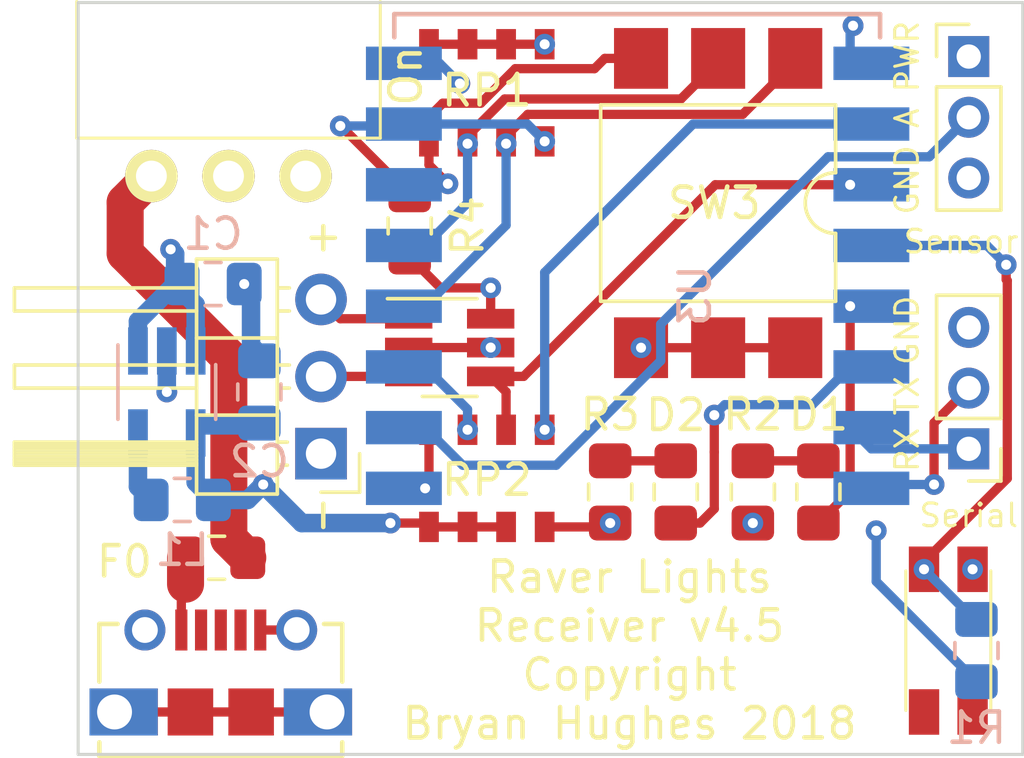
<source format=kicad_pcb>
(kicad_pcb (version 20171130) (host pcbnew "(5.1.0)-1")

  (general
    (thickness 1.6)
    (drawings 17)
    (tracks 164)
    (zones 0)
    (modules 22)
    (nets 30)
  )

  (page A)
  (layers
    (0 F.Cu signal)
    (1 Ground.Plane power hide)
    (2 Power.Plane power hide)
    (31 B.Cu signal)
    (32 B.Adhes user)
    (33 F.Adhes user)
    (34 B.Paste user hide)
    (35 F.Paste user hide)
    (36 B.SilkS user)
    (37 F.SilkS user)
    (38 B.Mask user hide)
    (39 F.Mask user hide)
    (40 Dwgs.User user)
    (41 Cmts.User user)
    (42 Eco1.User user)
    (43 Eco2.User user)
    (44 Edge.Cuts user)
    (45 Margin user)
    (46 B.CrtYd user)
    (47 F.CrtYd user)
    (48 B.Fab user hide)
    (49 F.Fab user hide)
  )

  (setup
    (last_trace_width 0.3048)
    (user_trace_width 0.1524)
    (user_trace_width 0.3048)
    (user_trace_width 0.6096)
    (user_trace_width 1.2192)
    (trace_clearance 0.1524)
    (zone_clearance 0.508)
    (zone_45_only no)
    (trace_min 0.1524)
    (via_size 0.6858)
    (via_drill 0.3302)
    (via_min_size 0.6858)
    (via_min_drill 0.3302)
    (uvia_size 0.762)
    (uvia_drill 0.508)
    (uvias_allowed no)
    (uvia_min_size 0)
    (uvia_min_drill 0)
    (edge_width 0.1)
    (segment_width 0.2)
    (pcb_text_width 0.3)
    (pcb_text_size 1.5 1.5)
    (mod_edge_width 0.15)
    (mod_text_size 1 1)
    (mod_text_width 0.15)
    (pad_size 1.7 1.7)
    (pad_drill 1)
    (pad_to_mask_clearance 0.0508)
    (aux_axis_origin 0 0)
    (grid_origin 175.2 118.4)
    (visible_elements 7FFFFF7F)
    (pcbplotparams
      (layerselection 0x00030_80000001)
      (usegerberextensions false)
      (usegerberattributes false)
      (usegerberadvancedattributes false)
      (creategerberjobfile false)
      (excludeedgelayer true)
      (linewidth 0.100000)
      (plotframeref false)
      (viasonmask false)
      (mode 1)
      (useauxorigin false)
      (hpglpennumber 1)
      (hpglpenspeed 20)
      (hpglpendiameter 15.000000)
      (psnegative false)
      (psa4output false)
      (plotreference true)
      (plotvalue true)
      (plotinvisibletext false)
      (padsonsilk false)
      (subtractmaskfromsilk false)
      (outputformat 1)
      (mirror false)
      (drillshape 0)
      (scaleselection 1)
      (outputdirectory ""))
  )

  (net 0 "")
  (net 1 "Net-(L1-Pad1)")
  (net 2 "Net-(P4-Pad1)")
  (net 3 "Net-(P4-Pad2)")
  (net 4 GND)
  (net 5 +5V)
  (net 6 "Net-(F0-Pad1)")
  (net 7 "Net-(F0-Pad2)")
  (net 8 "Net-(R1-Pad2)")
  (net 9 "Net-(RP1-Pad2)")
  (net 10 "Net-(RP1-Pad1)")
  (net 11 VCC)
  (net 12 "Net-(RP2-Pad4)")
  (net 13 "Net-(RP2-Pad3)")
  (net 14 "Net-(RP2-Pad2)")
  (net 15 "Net-(RP2-Pad1)")
  (net 16 "Net-(RP1-Pad3)")
  (net 17 "Net-(D1-Pad2)")
  (net 18 "Net-(D1-Pad1)")
  (net 19 "Net-(D2-Pad1)")
  (net 20 "Net-(D2-Pad2)")
  (net 21 "Net-(J4-Pad2)")
  (net 22 "Net-(SW1-Pad1)")
  (net 23 "Net-(SW2-Pad1)")
  (net 24 "Net-(SW2-Pad2)")
  (net 25 "Net-(U0-Pad2)")
  (net 26 "Net-(U0-Pad3)")
  (net 27 "Net-(U0-Pad4)")
  (net 28 "Net-(P1-Pad2)")
  (net 29 "Net-(R4-Pad2)")

  (net_class Default "This is the default net class."
    (clearance 0.1524)
    (trace_width 0.1524)
    (via_dia 0.6858)
    (via_drill 0.3302)
    (uvia_dia 0.762)
    (uvia_drill 0.508)
    (add_net +5V)
    (add_net GND)
    (add_net "Net-(D1-Pad1)")
    (add_net "Net-(D1-Pad2)")
    (add_net "Net-(D2-Pad1)")
    (add_net "Net-(D2-Pad2)")
    (add_net "Net-(F0-Pad1)")
    (add_net "Net-(F0-Pad2)")
    (add_net "Net-(J4-Pad2)")
    (add_net "Net-(L1-Pad1)")
    (add_net "Net-(P1-Pad2)")
    (add_net "Net-(P4-Pad1)")
    (add_net "Net-(P4-Pad2)")
    (add_net "Net-(R1-Pad2)")
    (add_net "Net-(R4-Pad2)")
    (add_net "Net-(RP1-Pad1)")
    (add_net "Net-(RP1-Pad2)")
    (add_net "Net-(RP1-Pad3)")
    (add_net "Net-(RP2-Pad1)")
    (add_net "Net-(RP2-Pad2)")
    (add_net "Net-(RP2-Pad3)")
    (add_net "Net-(RP2-Pad4)")
    (add_net "Net-(SW1-Pad1)")
    (add_net "Net-(SW2-Pad1)")
    (add_net "Net-(SW2-Pad2)")
    (add_net "Net-(U0-Pad2)")
    (add_net "Net-(U0-Pad3)")
    (add_net "Net-(U0-Pad4)")
    (add_net VCC)
  )

  (module nebrius-discrete:R_Array_Concave_4x2012.kicad_mod (layer F.Cu) (tedit 5AB15D0B) (tstamp 5AB15701)
    (at 110.176 118.832 180)
    (path /5AB1C1CF)
    (fp_text reference RP2 (at 0 -0.051) (layer F.SilkS)
      (effects (font (size 1 1) (thickness 0.15)))
    )
    (fp_text value 10k (at 0 -4.445 180) (layer F.Fab) hide
      (effects (font (size 1 1) (thickness 0.15)))
    )
    (fp_line (start 2.667 -1.778) (end 2.667 1.778) (layer F.Fab) (width 0.15))
    (fp_line (start -2.667 -1.651) (end -2.667 1.778) (layer F.Fab) (width 0.15))
    (pad 8 smd rect (at -1.905 -1.6 180) (size 0.65 1) (layers F.Cu F.Paste F.Mask)
      (net 4 GND))
    (pad 7 smd rect (at -0.635 -1.6 180) (size 0.65 1) (layers F.Cu F.Paste F.Mask)
      (net 11 VCC))
    (pad 6 smd rect (at 0.635 -1.6 180) (size 0.65 1) (layers F.Cu F.Paste F.Mask)
      (net 11 VCC))
    (pad 5 smd rect (at 1.905 -1.6 180) (size 0.65 1) (layers F.Cu F.Paste F.Mask)
      (net 11 VCC))
    (pad 4 smd rect (at 1.905 1.6 180) (size 0.65 1) (layers F.Cu F.Paste F.Mask)
      (net 12 "Net-(RP2-Pad4)"))
    (pad 3 smd rect (at 0.635 1.6 180) (size 0.65 1) (layers F.Cu F.Paste F.Mask)
      (net 13 "Net-(RP2-Pad3)"))
    (pad 2 smd rect (at -0.635 1.6 180) (size 0.65 1) (layers F.Cu F.Paste F.Mask)
      (net 14 "Net-(RP2-Pad2)"))
    (pad 1 smd rect (at -1.906 1.6 180) (size 0.65 1) (layers F.Cu F.Paste F.Mask)
      (net 15 "Net-(RP2-Pad1)"))
  )

  (module nebrius-discrete:R_Array_Concave_4x2012.kicad_mod (layer F.Cu) (tedit 5AB16ACB) (tstamp 5CF9E7AE)
    (at 110.176 106.132)
    (path /5CC0A048)
    (fp_text reference RP1 (at 0 -0.076) (layer F.SilkS)
      (effects (font (size 1 1) (thickness 0.15)))
    )
    (fp_text value 10k (at 0 -4.445) (layer F.Fab) hide
      (effects (font (size 1 1) (thickness 0.15)))
    )
    (fp_line (start 2.667 -1.778) (end 2.667 1.778) (layer F.Fab) (width 0.15))
    (fp_line (start -2.667 -1.651) (end -2.667 1.778) (layer F.Fab) (width 0.15))
    (pad 8 smd rect (at -1.905 -1.6) (size 0.65 1) (layers F.Cu F.Paste F.Mask)
      (net 4 GND))
    (pad 7 smd rect (at -0.635 -1.6) (size 0.65 1) (layers F.Cu F.Paste F.Mask)
      (net 4 GND))
    (pad 6 smd rect (at 0.635 -1.6) (size 0.65 1) (layers F.Cu F.Paste F.Mask)
      (net 4 GND))
    (pad 5 smd rect (at 1.905 -1.6) (size 0.65 1) (layers F.Cu F.Paste F.Mask)
      (net 4 GND))
    (pad 4 smd rect (at 1.905 1.6) (size 0.65 1) (layers F.Cu F.Paste F.Mask)
      (net 29 "Net-(R4-Pad2)"))
    (pad 3 smd rect (at 0.635 1.6) (size 0.65 1) (layers F.Cu F.Paste F.Mask)
      (net 16 "Net-(RP1-Pad3)"))
    (pad 2 smd rect (at -0.635 1.6) (size 0.65 1) (layers F.Cu F.Paste F.Mask)
      (net 9 "Net-(RP1-Pad2)"))
    (pad 1 smd rect (at -1.906 1.6) (size 0.65 1) (layers F.Cu F.Paste F.Mask)
      (net 10 "Net-(RP1-Pad1)"))
  )

  (module Connector_PinHeader_2.00mm:PinHeader_1x03_P2.00mm_Vertical (layer F.Cu) (tedit 59FED667) (tstamp 5D37A815)
    (at 126.051 104.938)
    (descr "Through hole straight pin header, 1x03, 2.00mm pitch, single row")
    (tags "Through hole pin header THT 1x03 2.00mm single row")
    (path /5D3494C0)
    (fp_text reference P1 (at -2.413 1.905 90) (layer F.SilkS) hide
      (effects (font (size 1 1) (thickness 0.15)))
    )
    (fp_text value SENSOR (at 0 6.06) (layer F.Fab)
      (effects (font (size 1 1) (thickness 0.15)))
    )
    (fp_text user %R (at 0 2 90) (layer F.Fab)
      (effects (font (size 1 1) (thickness 0.15)))
    )
    (fp_line (start 1.5 -1.5) (end -1.5 -1.5) (layer F.CrtYd) (width 0.05))
    (fp_line (start 1.5 5.5) (end 1.5 -1.5) (layer F.CrtYd) (width 0.05))
    (fp_line (start -1.5 5.5) (end 1.5 5.5) (layer F.CrtYd) (width 0.05))
    (fp_line (start -1.5 -1.5) (end -1.5 5.5) (layer F.CrtYd) (width 0.05))
    (fp_line (start -1.06 -1.06) (end 0 -1.06) (layer F.SilkS) (width 0.12))
    (fp_line (start -1.06 0) (end -1.06 -1.06) (layer F.SilkS) (width 0.12))
    (fp_line (start -1.06 1) (end 1.06 1) (layer F.SilkS) (width 0.12))
    (fp_line (start 1.06 1) (end 1.06 5.06) (layer F.SilkS) (width 0.12))
    (fp_line (start -1.06 1) (end -1.06 5.06) (layer F.SilkS) (width 0.12))
    (fp_line (start -1.06 5.06) (end 1.06 5.06) (layer F.SilkS) (width 0.12))
    (fp_line (start -1 -0.5) (end -0.5 -1) (layer F.Fab) (width 0.1))
    (fp_line (start -1 5) (end -1 -0.5) (layer F.Fab) (width 0.1))
    (fp_line (start 1 5) (end -1 5) (layer F.Fab) (width 0.1))
    (fp_line (start 1 -1) (end 1 5) (layer F.Fab) (width 0.1))
    (fp_line (start -0.5 -1) (end 1 -1) (layer F.Fab) (width 0.1))
    (pad 3 thru_hole oval (at 0 4) (size 1.35 1.35) (drill 0.8) (layers *.Cu *.Mask)
      (net 4 GND))
    (pad 2 thru_hole oval (at 0 2) (size 1.35 1.35) (drill 0.8) (layers *.Cu *.Mask)
      (net 28 "Net-(P1-Pad2)"))
    (pad 1 thru_hole rect (at 0 0) (size 1.35 1.35) (drill 0.8) (layers *.Cu *.Mask)
      (net 11 VCC))
    (model ${KISYS3DMOD}/Connector_PinHeader_2.00mm.3dshapes/PinHeader_1x03_P2.00mm_Vertical.wrl
      (at (xyz 0 0 0))
      (scale (xyz 1 1 1))
      (rotate (xyz 0 0 0))
    )
  )

  (module Resistor_SMD:R_0805_2012Metric_Pad1.15x1.40mm_HandSolder (layer F.Cu) (tedit 5B36C52B) (tstamp 5D37A83C)
    (at 107.636 110.517 90)
    (descr "Resistor SMD 0805 (2012 Metric), square (rectangular) end terminal, IPC_7351 nominal with elongated pad for handsoldering. (Body size source: https://docs.google.com/spreadsheets/d/1BsfQQcO9C6DZCsRaXUlFlo91Tg2WpOkGARC1WS5S8t0/edit?usp=sharing), generated with kicad-footprint-generator")
    (tags "resistor handsolder")
    (path /5D331195)
    (attr smd)
    (fp_text reference R4 (at 0 1.905 90) (layer F.SilkS)
      (effects (font (size 1 1) (thickness 0.15)))
    )
    (fp_text value 0 (at 0 1.65 90) (layer F.Fab)
      (effects (font (size 1 1) (thickness 0.15)))
    )
    (fp_text user %R (at 0 0 90) (layer F.Fab)
      (effects (font (size 0.5 0.5) (thickness 0.08)))
    )
    (fp_line (start 1.85 0.95) (end -1.85 0.95) (layer F.CrtYd) (width 0.05))
    (fp_line (start 1.85 -0.95) (end 1.85 0.95) (layer F.CrtYd) (width 0.05))
    (fp_line (start -1.85 -0.95) (end 1.85 -0.95) (layer F.CrtYd) (width 0.05))
    (fp_line (start -1.85 0.95) (end -1.85 -0.95) (layer F.CrtYd) (width 0.05))
    (fp_line (start -0.261252 0.71) (end 0.261252 0.71) (layer F.SilkS) (width 0.12))
    (fp_line (start -0.261252 -0.71) (end 0.261252 -0.71) (layer F.SilkS) (width 0.12))
    (fp_line (start 1 0.6) (end -1 0.6) (layer F.Fab) (width 0.1))
    (fp_line (start 1 -0.6) (end 1 0.6) (layer F.Fab) (width 0.1))
    (fp_line (start -1 -0.6) (end 1 -0.6) (layer F.Fab) (width 0.1))
    (fp_line (start -1 0.6) (end -1 -0.6) (layer F.Fab) (width 0.1))
    (pad 2 smd roundrect (at 1.025 0 90) (size 1.15 1.4) (layers F.Cu F.Paste F.Mask) (roundrect_rratio 0.217391)
      (net 29 "Net-(R4-Pad2)"))
    (pad 1 smd roundrect (at -1.025 0 90) (size 1.15 1.4) (layers F.Cu F.Paste F.Mask) (roundrect_rratio 0.217391)
      (net 11 VCC))
    (model ${KISYS3DMOD}/Resistor_SMD.3dshapes/R_0805_2012Metric.wrl
      (at (xyz 0 0 0))
      (scale (xyz 1 1 1))
      (rotate (xyz 0 0 0))
    )
  )

  (module Package_DIP:SMDIP-6_W9.53mm (layer F.Cu) (tedit 5A02E8C5) (tstamp 5D38C1EE)
    (at 117.796 109.764 270)
    (descr "6-lead surface-mounted (SMD) DIP package, row spacing 9.53 mm (375 mils)")
    (tags "SMD DIP DIL PDIP SMDIP 2.54mm 9.53mm 375mil")
    (path /5D2EEC89)
    (attr smd)
    (fp_text reference SW3 (at 0 0.127) (layer F.SilkS)
      (effects (font (size 1 1) (thickness 0.15)))
    )
    (fp_text value SW_DIP_x03 (at 0 4.87 270) (layer F.Fab)
      (effects (font (size 1 1) (thickness 0.15)))
    )
    (fp_arc (start 0 -3.87) (end -1 -3.87) (angle -180) (layer F.SilkS) (width 0.12))
    (fp_line (start -2.175 -3.81) (end 3.175 -3.81) (layer F.Fab) (width 0.1))
    (fp_line (start 3.175 -3.81) (end 3.175 3.81) (layer F.Fab) (width 0.1))
    (fp_line (start 3.175 3.81) (end -3.175 3.81) (layer F.Fab) (width 0.1))
    (fp_line (start -3.175 3.81) (end -3.175 -2.81) (layer F.Fab) (width 0.1))
    (fp_line (start -3.175 -2.81) (end -2.175 -3.81) (layer F.Fab) (width 0.1))
    (fp_line (start -1 -3.87) (end -3.235 -3.87) (layer F.SilkS) (width 0.12))
    (fp_line (start -3.235 -3.87) (end -3.235 3.87) (layer F.SilkS) (width 0.12))
    (fp_line (start -3.235 3.87) (end 3.235 3.87) (layer F.SilkS) (width 0.12))
    (fp_line (start 3.235 3.87) (end 3.235 -3.87) (layer F.SilkS) (width 0.12))
    (fp_line (start 3.235 -3.87) (end 1 -3.87) (layer F.SilkS) (width 0.12))
    (fp_line (start -6.05 -4.1) (end -6.05 4.1) (layer F.CrtYd) (width 0.05))
    (fp_line (start -6.05 4.1) (end 6.05 4.1) (layer F.CrtYd) (width 0.05))
    (fp_line (start 6.05 4.1) (end 6.05 -4.1) (layer F.CrtYd) (width 0.05))
    (fp_line (start 6.05 -4.1) (end -6.05 -4.1) (layer F.CrtYd) (width 0.05))
    (fp_text user %R (at 0 0 270) (layer F.Fab)
      (effects (font (size 1 1) (thickness 0.15)))
    )
    (pad 1 smd rect (at -4.765 -2.54 270) (size 2 1.78) (layers F.Cu F.Paste F.Mask)
      (net 16 "Net-(RP1-Pad3)"))
    (pad 4 smd rect (at 4.765 2.54 270) (size 2 1.78) (layers F.Cu F.Paste F.Mask)
      (net 11 VCC))
    (pad 2 smd rect (at -4.765 0 270) (size 2 1.78) (layers F.Cu F.Paste F.Mask)
      (net 9 "Net-(RP1-Pad2)"))
    (pad 5 smd rect (at 4.765 0 270) (size 2 1.78) (layers F.Cu F.Paste F.Mask)
      (net 11 VCC))
    (pad 3 smd rect (at -4.765 2.54 270) (size 2 1.78) (layers F.Cu F.Paste F.Mask)
      (net 10 "Net-(RP1-Pad1)"))
    (pad 6 smd rect (at 4.765 -2.54 270) (size 2 1.78) (layers F.Cu F.Paste F.Mask)
      (net 11 VCC))
    (model ${KISYS3DMOD}/Package_DIP.3dshapes/SMDIP-6_W9.53mm.wrl
      (at (xyz 0 0 0))
      (scale (xyz 1 1 1))
      (rotate (xyz 0 0 0))
    )
  )

  (module nebrius-switch:KMR641NG (layer F.Cu) (tedit 5A5BB278) (tstamp 5A5ABD27)
    (at 125.378 124.178 90)
    (path /59611BF3)
    (fp_text reference SW2 (at -7.62 0.762 90) (layer F.SilkS) hide
      (effects (font (size 1 1) (thickness 0.15)))
    )
    (fp_text value Switch_DPST (at 0 -4.75 90) (layer F.Fab) hide
      (effects (font (size 1 1) (thickness 0.15)))
    )
    (fp_line (start -2.3 1.4) (end 2.3 1.4) (layer F.SilkS) (width 0.1))
    (fp_line (start -2.3 -1.4) (end 2.3 -1.4) (layer F.SilkS) (width 0.1))
    (pad 1 smd rect (at -2.35 -0.8 90) (size 1.5 1) (layers F.Cu F.Paste F.Mask)
      (net 23 "Net-(SW2-Pad1)"))
    (pad 2 smd rect (at -2.35 0.8 90) (size 1.5 1) (layers F.Cu F.Paste F.Mask)
      (net 24 "Net-(SW2-Pad2)"))
    (pad 3 smd rect (at 2.35 -0.8 90) (size 1.5 1) (layers F.Cu F.Paste F.Mask)
      (net 8 "Net-(R1-Pad2)"))
    (pad 4 smd rect (at 2.35 0.8 90) (size 1.5 1) (layers F.Cu F.Paste F.Mask)
      (net 4 GND))
  )

  (module TO_SOT_Packages_SMD:SOT-23-6_Handsoldering (layer F.Cu) (tedit 5A6D1A18) (tstamp 5CF9EDBE)
    (at 108.953 114.524)
    (descr "6-pin SOT-23 package, Handsoldering")
    (tags "SOT-23-6 Handsoldering")
    (path /5A6B663C)
    (attr smd)
    (fp_text reference U7 (at 3.175 0 90) (layer F.SilkS) hide
      (effects (font (size 1 1) (thickness 0.15)))
    )
    (fp_text value SN74LVC1T45 (at 0 2.9) (layer F.Fab) hide
      (effects (font (size 1 1) (thickness 0.15)))
    )
    (fp_text user %R (at 0 0 90) (layer F.Fab)
      (effects (font (size 0.5 0.5) (thickness 0.075)))
    )
    (fp_line (start -0.9 1.61) (end 0.9 1.61) (layer F.SilkS) (width 0.12))
    (fp_line (start 0.9 -1.61) (end -2.05 -1.61) (layer F.SilkS) (width 0.12))
    (fp_line (start -2.4 1.8) (end -2.4 -1.8) (layer F.CrtYd) (width 0.05))
    (fp_line (start 2.4 1.8) (end -2.4 1.8) (layer F.CrtYd) (width 0.05))
    (fp_line (start 2.4 -1.8) (end 2.4 1.8) (layer F.CrtYd) (width 0.05))
    (fp_line (start -2.4 -1.8) (end 2.4 -1.8) (layer F.CrtYd) (width 0.05))
    (fp_line (start -0.9 -0.9) (end -0.25 -1.55) (layer F.Fab) (width 0.1))
    (fp_line (start 0.9 -1.55) (end -0.25 -1.55) (layer F.Fab) (width 0.1))
    (fp_line (start -0.9 -0.9) (end -0.9 1.55) (layer F.Fab) (width 0.1))
    (fp_line (start 0.9 1.55) (end -0.9 1.55) (layer F.Fab) (width 0.1))
    (fp_line (start 0.9 -1.55) (end 0.9 1.55) (layer F.Fab) (width 0.1))
    (pad 1 smd rect (at -1.35 -0.95) (size 1.56 0.65) (layers F.Cu F.Paste F.Mask)
      (net 5 +5V))
    (pad 2 smd rect (at -1.35 0) (size 1.56 0.65) (layers F.Cu F.Paste F.Mask)
      (net 4 GND))
    (pad 3 smd rect (at -1.35 0.95) (size 1.56 0.65) (layers F.Cu F.Paste F.Mask)
      (net 21 "Net-(J4-Pad2)"))
    (pad 4 smd rect (at 1.35 0.95) (size 1.56 0.65) (layers F.Cu F.Paste F.Mask)
      (net 14 "Net-(RP2-Pad2)"))
    (pad 6 smd rect (at 1.35 -0.95) (size 1.56 0.65) (layers F.Cu F.Paste F.Mask)
      (net 11 VCC))
    (pad 5 smd rect (at 1.35 0) (size 1.56 0.65) (layers F.Cu F.Paste F.Mask)
      (net 4 GND))
    (model ${KISYS3DMOD}/TO_SOT_Packages_SMD.3dshapes/SOT-23-6.wrl
      (at (xyz 0 0 0))
      (scale (xyz 1 1 1))
      (rotate (xyz 0 0 0))
    )
  )

  (module nebrius-conn:10118194 (layer F.Cu) (tedit 5A73635F) (tstamp 5A5ABD45)
    (at 101.413 126.528)
    (path /5A5AABAF)
    (fp_text reference U0 (at 0.254 4.826) (layer F.SilkS) hide
      (effects (font (size 1 1) (thickness 0.15)))
    )
    (fp_text value 10118194 (at 0 -7.62) (layer F.Fab) hide
      (effects (font (size 1 1) (thickness 0.15)))
    )
    (fp_line (start 4 -2.9) (end 3.4 -2.9) (layer F.SilkS) (width 0.15))
    (fp_line (start -4 -2.9) (end -3.4 -2.9) (layer F.SilkS) (width 0.15))
    (fp_line (start 4 -1) (end 4 -2.9) (layer F.SilkS) (width 0.15))
    (fp_line (start -4 -1) (end -4 -2.9) (layer F.SilkS) (width 0.15))
    (fp_line (start -4 1.45) (end -4 1) (layer F.SilkS) (width 0.15))
    (fp_line (start 4 1.45) (end 4 1) (layer F.SilkS) (width 0.15))
    (fp_line (start 4 1.45) (end -4 1.45) (layer F.SilkS) (width 0.15))
    (pad 1 smd rect (at -1.3 -2.7) (size 0.4 1.35) (layers F.Cu F.Paste F.Mask)
      (net 7 "Net-(F0-Pad2)"))
    (pad 2 smd rect (at -0.65 -2.7) (size 0.4 1.35) (layers F.Cu F.Paste F.Mask)
      (net 25 "Net-(U0-Pad2)"))
    (pad 3 smd rect (at 0 -2.7) (size 0.4 1.35) (layers F.Cu F.Paste F.Mask)
      (net 26 "Net-(U0-Pad3)"))
    (pad 4 smd rect (at 0.65 -2.7) (size 0.4 1.35) (layers F.Cu F.Paste F.Mask)
      (net 27 "Net-(U0-Pad4)"))
    (pad 5 smd rect (at 1.3 -2.7) (size 0.4 1.35) (layers F.Cu F.Paste F.Mask)
      (net 4 GND))
    (pad 5 smd rect (at -1 0) (size 1.5 1.55) (layers F.Cu F.Paste F.Mask)
      (net 4 GND))
    (pad 5 smd rect (at 1 0) (size 1.5 1.55) (layers F.Cu F.Paste F.Mask)
      (net 4 GND))
    (pad 5 thru_hole circle (at -2.5 -2.7) (size 1.35 1.35) (drill 0.85) (layers *.Cu *.Mask)
      (net 4 GND))
    (pad 5 thru_hole circle (at 2.5 -2.7) (size 1.35 1.35) (drill 0.85) (layers *.Cu *.Mask)
      (net 4 GND))
    (pad 5 thru_hole rect (at -3.5 0) (size 2.25 1.55) (drill 1.15 (offset 0.3 0)) (layers *.Cu *.Mask)
      (net 4 GND))
    (pad 5 thru_hole rect (at 3.5 0) (size 2.25 1.55) (drill 1.15 (offset -0.3 0)) (layers *.Cu *.Mask)
      (net 4 GND))
  )

  (module Pin_Headers:Pin_Header_Angled_1x03_Pitch2.54mm (layer F.Cu) (tedit 5D38BC33) (tstamp 5AF64374)
    (at 104.715 118.019 180)
    (descr "Through hole angled pin header, 1x03, 2.54mm pitch, 6mm pin length, single row")
    (tags "Through hole angled pin header THT 1x03 2.54mm single row")
    (path /5AF67484)
    (fp_text reference J4 (at 4.385 -2.27 180) (layer F.SilkS) hide
      (effects (font (size 1 1) (thickness 0.15)))
    )
    (fp_text value NeoPixel (at 4.385 7.35 180) (layer F.Fab) hide
      (effects (font (size 1 1) (thickness 0.15)))
    )
    (fp_line (start 2.135 -1.27) (end 4.04 -1.27) (layer F.Fab) (width 0.1))
    (fp_line (start 4.04 -1.27) (end 4.04 6.35) (layer F.Fab) (width 0.1))
    (fp_line (start 4.04 6.35) (end 1.5 6.35) (layer F.Fab) (width 0.1))
    (fp_line (start 1.5 6.35) (end 1.5 -0.635) (layer F.Fab) (width 0.1))
    (fp_line (start 1.5 -0.635) (end 2.135 -1.27) (layer F.Fab) (width 0.1))
    (fp_line (start -0.32 -0.32) (end 1.5 -0.32) (layer F.Fab) (width 0.1))
    (fp_line (start -0.32 -0.32) (end -0.32 0.32) (layer F.Fab) (width 0.1))
    (fp_line (start -0.32 0.32) (end 1.5 0.32) (layer F.Fab) (width 0.1))
    (fp_line (start 4.04 -0.32) (end 10.04 -0.32) (layer F.Fab) (width 0.1))
    (fp_line (start 10.04 -0.32) (end 10.04 0.32) (layer F.Fab) (width 0.1))
    (fp_line (start 4.04 0.32) (end 10.04 0.32) (layer F.Fab) (width 0.1))
    (fp_line (start -0.32 2.22) (end 1.5 2.22) (layer F.Fab) (width 0.1))
    (fp_line (start -0.32 2.22) (end -0.32 2.86) (layer F.Fab) (width 0.1))
    (fp_line (start -0.32 2.86) (end 1.5 2.86) (layer F.Fab) (width 0.1))
    (fp_line (start 4.04 2.22) (end 10.04 2.22) (layer F.Fab) (width 0.1))
    (fp_line (start 10.04 2.22) (end 10.04 2.86) (layer F.Fab) (width 0.1))
    (fp_line (start 4.04 2.86) (end 10.04 2.86) (layer F.Fab) (width 0.1))
    (fp_line (start -0.32 4.76) (end 1.5 4.76) (layer F.Fab) (width 0.1))
    (fp_line (start -0.32 4.76) (end -0.32 5.4) (layer F.Fab) (width 0.1))
    (fp_line (start -0.32 5.4) (end 1.5 5.4) (layer F.Fab) (width 0.1))
    (fp_line (start 4.04 4.76) (end 10.04 4.76) (layer F.Fab) (width 0.1))
    (fp_line (start 10.04 4.76) (end 10.04 5.4) (layer F.Fab) (width 0.1))
    (fp_line (start 4.04 5.4) (end 10.04 5.4) (layer F.Fab) (width 0.1))
    (fp_line (start 1.44 -1.33) (end 1.44 6.41) (layer F.SilkS) (width 0.12))
    (fp_line (start 1.44 6.41) (end 4.1 6.41) (layer F.SilkS) (width 0.12))
    (fp_line (start 4.1 6.41) (end 4.1 -1.33) (layer F.SilkS) (width 0.12))
    (fp_line (start 4.1 -1.33) (end 1.44 -1.33) (layer F.SilkS) (width 0.12))
    (fp_line (start 4.1 -0.38) (end 10.1 -0.38) (layer F.SilkS) (width 0.12))
    (fp_line (start 10.1 -0.38) (end 10.1 0.38) (layer F.SilkS) (width 0.12))
    (fp_line (start 10.1 0.38) (end 4.1 0.38) (layer F.SilkS) (width 0.12))
    (fp_line (start 4.1 -0.32) (end 10.1 -0.32) (layer F.SilkS) (width 0.12))
    (fp_line (start 4.1 -0.2) (end 10.1 -0.2) (layer F.SilkS) (width 0.12))
    (fp_line (start 4.1 -0.08) (end 10.1 -0.08) (layer F.SilkS) (width 0.12))
    (fp_line (start 4.1 0.04) (end 10.1 0.04) (layer F.SilkS) (width 0.12))
    (fp_line (start 4.1 0.16) (end 10.1 0.16) (layer F.SilkS) (width 0.12))
    (fp_line (start 4.1 0.28) (end 10.1 0.28) (layer F.SilkS) (width 0.12))
    (fp_line (start 1.11 -0.38) (end 1.44 -0.38) (layer F.SilkS) (width 0.12))
    (fp_line (start 1.11 0.38) (end 1.44 0.38) (layer F.SilkS) (width 0.12))
    (fp_line (start 1.44 1.27) (end 4.1 1.27) (layer F.SilkS) (width 0.12))
    (fp_line (start 4.1 2.16) (end 10.1 2.16) (layer F.SilkS) (width 0.12))
    (fp_line (start 10.1 2.16) (end 10.1 2.92) (layer F.SilkS) (width 0.12))
    (fp_line (start 10.1 2.92) (end 4.1 2.92) (layer F.SilkS) (width 0.12))
    (fp_line (start 1.042929 2.16) (end 1.44 2.16) (layer F.SilkS) (width 0.12))
    (fp_line (start 1.042929 2.92) (end 1.44 2.92) (layer F.SilkS) (width 0.12))
    (fp_line (start 1.44 3.81) (end 4.1 3.81) (layer F.SilkS) (width 0.12))
    (fp_line (start 4.1 4.7) (end 10.1 4.7) (layer F.SilkS) (width 0.12))
    (fp_line (start 10.1 4.7) (end 10.1 5.46) (layer F.SilkS) (width 0.12))
    (fp_line (start 10.1 5.46) (end 4.1 5.46) (layer F.SilkS) (width 0.12))
    (fp_line (start 1.042929 4.7) (end 1.44 4.7) (layer F.SilkS) (width 0.12))
    (fp_line (start 1.042929 5.46) (end 1.44 5.46) (layer F.SilkS) (width 0.12))
    (fp_line (start -1.27 0) (end -1.27 -1.27) (layer F.SilkS) (width 0.12))
    (fp_line (start -1.27 -1.27) (end 0 -1.27) (layer F.SilkS) (width 0.12))
    (fp_line (start -1.8 -1.8) (end -1.8 6.85) (layer F.CrtYd) (width 0.05))
    (fp_line (start -1.8 6.85) (end 10.55 6.85) (layer F.CrtYd) (width 0.05))
    (fp_line (start 10.55 6.85) (end 10.55 -1.8) (layer F.CrtYd) (width 0.05))
    (fp_line (start 10.55 -1.8) (end -1.8 -1.8) (layer F.CrtYd) (width 0.05))
    (fp_text user %R (at 2.77 2.54 -90) (layer F.Fab) hide
      (effects (font (size 1 1) (thickness 0.15)))
    )
    (pad 1 thru_hole rect (at 0 0 180) (size 1.7 1.7) (drill 1) (layers *.Cu *.Mask)
      (net 4 GND))
    (pad 2 thru_hole oval (at 0 2.54 180) (size 1.7 1.7) (drill 1) (layers *.Cu *.Mask)
      (net 21 "Net-(J4-Pad2)"))
    (pad 3 thru_hole oval (at 0 5.08 180) (size 1.7 1.7) (drill 1) (layers *.Cu *.Mask)
      (net 5 +5V) (zone_connect 2))
    (model ${KISYS3DMOD}/Pin_Headers.3dshapes/Pin_Header_Angled_1x03_Pitch2.54mm.wrl
      (at (xyz 0 0 0))
      (scale (xyz 1 1 1))
      (rotate (xyz 0 0 0))
    )
  )

  (module TO_SOT_Packages_SMD:SOT-23-5_HandSoldering (layer B.Cu) (tedit 58CE4E7E) (tstamp 5AF643B3)
    (at 99.635 115.987 270)
    (descr "5-pin SOT23 package")
    (tags "SOT-23-5 hand-soldering")
    (path /57A0D83A)
    (attr smd)
    (fp_text reference U1 (at 0 2.286 270) (layer B.SilkS) hide
      (effects (font (size 1 1) (thickness 0.15)) (justify mirror))
    )
    (fp_text value LM3671 (at 0 -2.9 270) (layer B.Fab)
      (effects (font (size 1 1) (thickness 0.15)) (justify mirror))
    )
    (fp_text user %R (at 0 0 180) (layer B.Fab)
      (effects (font (size 0.5 0.5) (thickness 0.075)) (justify mirror))
    )
    (fp_line (start -0.9 -1.61) (end 0.9 -1.61) (layer B.SilkS) (width 0.12))
    (fp_line (start 0.9 1.61) (end -1.55 1.61) (layer B.SilkS) (width 0.12))
    (fp_line (start -0.9 0.9) (end -0.25 1.55) (layer B.Fab) (width 0.1))
    (fp_line (start 0.9 1.55) (end -0.25 1.55) (layer B.Fab) (width 0.1))
    (fp_line (start -0.9 0.9) (end -0.9 -1.55) (layer B.Fab) (width 0.1))
    (fp_line (start 0.9 -1.55) (end -0.9 -1.55) (layer B.Fab) (width 0.1))
    (fp_line (start 0.9 1.55) (end 0.9 -1.55) (layer B.Fab) (width 0.1))
    (fp_line (start -2.38 1.8) (end 2.38 1.8) (layer B.CrtYd) (width 0.05))
    (fp_line (start -2.38 1.8) (end -2.38 -1.8) (layer B.CrtYd) (width 0.05))
    (fp_line (start 2.38 -1.8) (end 2.38 1.8) (layer B.CrtYd) (width 0.05))
    (fp_line (start 2.38 -1.8) (end -2.38 -1.8) (layer B.CrtYd) (width 0.05))
    (pad 1 smd rect (at -1.35 0.95 270) (size 1.56 0.65) (layers B.Cu B.Paste B.Mask)
      (net 5 +5V))
    (pad 2 smd rect (at -1.35 0 270) (size 1.56 0.65) (layers B.Cu B.Paste B.Mask)
      (net 4 GND))
    (pad 3 smd rect (at -1.35 -0.95 270) (size 1.56 0.65) (layers B.Cu B.Paste B.Mask)
      (net 5 +5V))
    (pad 4 smd rect (at 1.35 -0.95 270) (size 1.56 0.65) (layers B.Cu B.Paste B.Mask)
      (net 11 VCC))
    (pad 5 smd rect (at 1.35 0.95 270) (size 1.56 0.65) (layers B.Cu B.Paste B.Mask)
      (net 1 "Net-(L1-Pad1)"))
    (model ${KISYS3DMOD}/TO_SOT_Packages_SMD.3dshapes\SOT-23-5.wrl
      (at (xyz 0 0 0))
      (scale (xyz 1 1 1))
      (rotate (xyz 0 0 0))
    )
  )

  (module Resistor_SMD:R_0805_2012Metric_Pad1.15x1.40mm_HandSolder (layer F.Cu) (tedit 5B36C52B) (tstamp 5D38C09E)
    (at 121.098 119.28 270)
    (descr "Resistor SMD 0805 (2012 Metric), square (rectangular) end terminal, IPC_7351 nominal with elongated pad for handsoldering. (Body size source: https://docs.google.com/spreadsheets/d/1BsfQQcO9C6DZCsRaXUlFlo91Tg2WpOkGARC1WS5S8t0/edit?usp=sharing), generated with kicad-footprint-generator")
    (tags "resistor handsolder")
    (path /5D0CA042)
    (attr smd)
    (fp_text reference D1 (at -2.549 0) (layer F.SilkS)
      (effects (font (size 1 1) (thickness 0.15)))
    )
    (fp_text value LED (at 0 1.65 270) (layer F.Fab)
      (effects (font (size 1 1) (thickness 0.15)))
    )
    (fp_text user %R (at 0 0 270) (layer F.Fab)
      (effects (font (size 0.5 0.5) (thickness 0.08)))
    )
    (fp_line (start 1.85 0.95) (end -1.85 0.95) (layer F.CrtYd) (width 0.05))
    (fp_line (start 1.85 -0.95) (end 1.85 0.95) (layer F.CrtYd) (width 0.05))
    (fp_line (start -1.85 -0.95) (end 1.85 -0.95) (layer F.CrtYd) (width 0.05))
    (fp_line (start -1.85 0.95) (end -1.85 -0.95) (layer F.CrtYd) (width 0.05))
    (fp_line (start -0.261252 0.71) (end 0.261252 0.71) (layer F.SilkS) (width 0.12))
    (fp_line (start -0.261252 -0.71) (end 0.261252 -0.71) (layer F.SilkS) (width 0.12))
    (fp_line (start 1 0.6) (end -1 0.6) (layer F.Fab) (width 0.1))
    (fp_line (start 1 -0.6) (end 1 0.6) (layer F.Fab) (width 0.1))
    (fp_line (start -1 -0.6) (end 1 -0.6) (layer F.Fab) (width 0.1))
    (fp_line (start -1 0.6) (end -1 -0.6) (layer F.Fab) (width 0.1))
    (pad 2 smd roundrect (at 1.025 0 270) (size 1.15 1.4) (layers F.Cu F.Paste F.Mask) (roundrect_rratio 0.217391)
      (net 17 "Net-(D1-Pad2)"))
    (pad 1 smd roundrect (at -1.025 0 270) (size 1.15 1.4) (layers F.Cu F.Paste F.Mask) (roundrect_rratio 0.217391)
      (net 18 "Net-(D1-Pad1)"))
    (model ${KISYS3DMOD}/Resistor_SMD.3dshapes/R_0805_2012Metric.wrl
      (at (xyz 0 0 0))
      (scale (xyz 1 1 1))
      (rotate (xyz 0 0 0))
    )
  )

  (module Resistor_SMD:R_0805_2012Metric_Pad1.15x1.40mm_HandSolder (layer F.Cu) (tedit 5B36C52B) (tstamp 5CF975CE)
    (at 116.399 119.28 270)
    (descr "Resistor SMD 0805 (2012 Metric), square (rectangular) end terminal, IPC_7351 nominal with elongated pad for handsoldering. (Body size source: https://docs.google.com/spreadsheets/d/1BsfQQcO9C6DZCsRaXUlFlo91Tg2WpOkGARC1WS5S8t0/edit?usp=sharing), generated with kicad-footprint-generator")
    (tags "resistor handsolder")
    (path /5D0CB0A1)
    (attr smd)
    (fp_text reference D2 (at -2.531 0) (layer F.SilkS)
      (effects (font (size 1 1) (thickness 0.15)))
    )
    (fp_text value LED (at 0 1.65 270) (layer F.Fab)
      (effects (font (size 1 1) (thickness 0.15)))
    )
    (fp_line (start -1 0.6) (end -1 -0.6) (layer F.Fab) (width 0.1))
    (fp_line (start -1 -0.6) (end 1 -0.6) (layer F.Fab) (width 0.1))
    (fp_line (start 1 -0.6) (end 1 0.6) (layer F.Fab) (width 0.1))
    (fp_line (start 1 0.6) (end -1 0.6) (layer F.Fab) (width 0.1))
    (fp_line (start -0.261252 -0.71) (end 0.261252 -0.71) (layer F.SilkS) (width 0.12))
    (fp_line (start -0.261252 0.71) (end 0.261252 0.71) (layer F.SilkS) (width 0.12))
    (fp_line (start -1.85 0.95) (end -1.85 -0.95) (layer F.CrtYd) (width 0.05))
    (fp_line (start -1.85 -0.95) (end 1.85 -0.95) (layer F.CrtYd) (width 0.05))
    (fp_line (start 1.85 -0.95) (end 1.85 0.95) (layer F.CrtYd) (width 0.05))
    (fp_line (start 1.85 0.95) (end -1.85 0.95) (layer F.CrtYd) (width 0.05))
    (fp_text user %R (at 0 0 270) (layer F.Fab)
      (effects (font (size 0.5 0.5) (thickness 0.08)))
    )
    (pad 1 smd roundrect (at -1.025 0 270) (size 1.15 1.4) (layers F.Cu F.Paste F.Mask) (roundrect_rratio 0.217391)
      (net 19 "Net-(D2-Pad1)"))
    (pad 2 smd roundrect (at 1.025 0 270) (size 1.15 1.4) (layers F.Cu F.Paste F.Mask) (roundrect_rratio 0.217391)
      (net 20 "Net-(D2-Pad2)"))
    (model ${KISYS3DMOD}/Resistor_SMD.3dshapes/R_0805_2012Metric.wrl
      (at (xyz 0 0 0))
      (scale (xyz 1 1 1))
      (rotate (xyz 0 0 0))
    )
  )

  (module Resistor_SMD:R_0805_2012Metric_Pad1.15x1.40mm_HandSolder (layer F.Cu) (tedit 5B36C52B) (tstamp 5CF975CF)
    (at 101.277 121.448 180)
    (descr "Resistor SMD 0805 (2012 Metric), square (rectangular) end terminal, IPC_7351 nominal with elongated pad for handsoldering. (Body size source: https://docs.google.com/spreadsheets/d/1BsfQQcO9C6DZCsRaXUlFlo91Tg2WpOkGARC1WS5S8t0/edit?usp=sharing), generated with kicad-footprint-generator")
    (tags "resistor handsolder")
    (path /5A6BD755)
    (attr smd)
    (fp_text reference F0 (at 0 -1.65 180) (layer F.SilkS) hide
      (effects (font (size 1 1) (thickness 0.15)))
    )
    (fp_text value Fuse (at -2.676 0 90) (layer F.Fab)
      (effects (font (size 1 1) (thickness 0.15)))
    )
    (fp_text user %R (at 0 0 180) (layer F.Fab)
      (effects (font (size 0.5 0.5) (thickness 0.08)))
    )
    (fp_line (start 1.85 0.95) (end -1.85 0.95) (layer F.CrtYd) (width 0.05))
    (fp_line (start 1.85 -0.95) (end 1.85 0.95) (layer F.CrtYd) (width 0.05))
    (fp_line (start -1.85 -0.95) (end 1.85 -0.95) (layer F.CrtYd) (width 0.05))
    (fp_line (start -1.85 0.95) (end -1.85 -0.95) (layer F.CrtYd) (width 0.05))
    (fp_line (start -0.261252 0.71) (end 0.261252 0.71) (layer F.SilkS) (width 0.12))
    (fp_line (start -0.261252 -0.71) (end 0.261252 -0.71) (layer F.SilkS) (width 0.12))
    (fp_line (start 1 0.6) (end -1 0.6) (layer F.Fab) (width 0.1))
    (fp_line (start 1 -0.6) (end 1 0.6) (layer F.Fab) (width 0.1))
    (fp_line (start -1 -0.6) (end 1 -0.6) (layer F.Fab) (width 0.1))
    (fp_line (start -1 0.6) (end -1 -0.6) (layer F.Fab) (width 0.1))
    (pad 2 smd roundrect (at 1.025 0 180) (size 1.15 1.4) (layers F.Cu F.Paste F.Mask) (roundrect_rratio 0.217391)
      (net 7 "Net-(F0-Pad2)"))
    (pad 1 smd roundrect (at -1.025 0 180) (size 1.15 1.4) (layers F.Cu F.Paste F.Mask) (roundrect_rratio 0.217391)
      (net 6 "Net-(F0-Pad1)"))
    (model ${KISYS3DMOD}/Resistor_SMD.3dshapes/R_0805_2012Metric.wrl
      (at (xyz 0 0 0))
      (scale (xyz 1 1 1))
      (rotate (xyz 0 0 0))
    )
  )

  (module Resistor_SMD:R_0805_2012Metric_Pad1.15x1.40mm_HandSolder (layer B.Cu) (tedit 5B36C52B) (tstamp 5CF975DF)
    (at 126.305 124.505 90)
    (descr "Resistor SMD 0805 (2012 Metric), square (rectangular) end terminal, IPC_7351 nominal with elongated pad for handsoldering. (Body size source: https://docs.google.com/spreadsheets/d/1BsfQQcO9C6DZCsRaXUlFlo91Tg2WpOkGARC1WS5S8t0/edit?usp=sharing), generated with kicad-footprint-generator")
    (tags "resistor handsolder")
    (path /5AB1D5D2)
    (attr smd)
    (fp_text reference R1 (at -2.549 0) (layer B.SilkS)
      (effects (font (size 1 1) (thickness 0.15)) (justify mirror))
    )
    (fp_text value 1k (at 0 -1.65 90) (layer B.Fab)
      (effects (font (size 1 1) (thickness 0.15)) (justify mirror))
    )
    (fp_text user %R (at 0 0 90) (layer B.Fab)
      (effects (font (size 0.5 0.5) (thickness 0.08)) (justify mirror))
    )
    (fp_line (start 1.85 -0.95) (end -1.85 -0.95) (layer B.CrtYd) (width 0.05))
    (fp_line (start 1.85 0.95) (end 1.85 -0.95) (layer B.CrtYd) (width 0.05))
    (fp_line (start -1.85 0.95) (end 1.85 0.95) (layer B.CrtYd) (width 0.05))
    (fp_line (start -1.85 -0.95) (end -1.85 0.95) (layer B.CrtYd) (width 0.05))
    (fp_line (start -0.261252 -0.71) (end 0.261252 -0.71) (layer B.SilkS) (width 0.12))
    (fp_line (start -0.261252 0.71) (end 0.261252 0.71) (layer B.SilkS) (width 0.12))
    (fp_line (start 1 -0.6) (end -1 -0.6) (layer B.Fab) (width 0.1))
    (fp_line (start 1 0.6) (end 1 -0.6) (layer B.Fab) (width 0.1))
    (fp_line (start -1 0.6) (end 1 0.6) (layer B.Fab) (width 0.1))
    (fp_line (start -1 -0.6) (end -1 0.6) (layer B.Fab) (width 0.1))
    (pad 2 smd roundrect (at 1.025 0 90) (size 1.15 1.4) (layers B.Cu B.Paste B.Mask) (roundrect_rratio 0.217391)
      (net 8 "Net-(R1-Pad2)"))
    (pad 1 smd roundrect (at -1.025 0 90) (size 1.15 1.4) (layers B.Cu B.Paste B.Mask) (roundrect_rratio 0.217391)
      (net 11 VCC))
    (model ${KISYS3DMOD}/Resistor_SMD.3dshapes/R_0805_2012Metric.wrl
      (at (xyz 0 0 0))
      (scale (xyz 1 1 1))
      (rotate (xyz 0 0 0))
    )
  )

  (module Resistor_SMD:R_0805_2012Metric_Pad1.15x1.40mm_HandSolder (layer F.Cu) (tedit 5B36C52B) (tstamp 5D38C0FE)
    (at 118.939 119.28 270)
    (descr "Resistor SMD 0805 (2012 Metric), square (rectangular) end terminal, IPC_7351 nominal with elongated pad for handsoldering. (Body size source: https://docs.google.com/spreadsheets/d/1BsfQQcO9C6DZCsRaXUlFlo91Tg2WpOkGARC1WS5S8t0/edit?usp=sharing), generated with kicad-footprint-generator")
    (tags "resistor handsolder")
    (path /5D0CC208)
    (attr smd)
    (fp_text reference R2 (at -2.549 0) (layer F.SilkS)
      (effects (font (size 1 1) (thickness 0.15)))
    )
    (fp_text value 68 (at 0 1.65 270) (layer F.Fab)
      (effects (font (size 1 1) (thickness 0.15)))
    )
    (fp_line (start -1 0.6) (end -1 -0.6) (layer F.Fab) (width 0.1))
    (fp_line (start -1 -0.6) (end 1 -0.6) (layer F.Fab) (width 0.1))
    (fp_line (start 1 -0.6) (end 1 0.6) (layer F.Fab) (width 0.1))
    (fp_line (start 1 0.6) (end -1 0.6) (layer F.Fab) (width 0.1))
    (fp_line (start -0.261252 -0.71) (end 0.261252 -0.71) (layer F.SilkS) (width 0.12))
    (fp_line (start -0.261252 0.71) (end 0.261252 0.71) (layer F.SilkS) (width 0.12))
    (fp_line (start -1.85 0.95) (end -1.85 -0.95) (layer F.CrtYd) (width 0.05))
    (fp_line (start -1.85 -0.95) (end 1.85 -0.95) (layer F.CrtYd) (width 0.05))
    (fp_line (start 1.85 -0.95) (end 1.85 0.95) (layer F.CrtYd) (width 0.05))
    (fp_line (start 1.85 0.95) (end -1.85 0.95) (layer F.CrtYd) (width 0.05))
    (fp_text user %R (at 0 0 270) (layer F.Fab)
      (effects (font (size 0.5 0.5) (thickness 0.08)))
    )
    (pad 1 smd roundrect (at -1.025 0 270) (size 1.15 1.4) (layers F.Cu F.Paste F.Mask) (roundrect_rratio 0.217391)
      (net 18 "Net-(D1-Pad1)"))
    (pad 2 smd roundrect (at 1.025 0 270) (size 1.15 1.4) (layers F.Cu F.Paste F.Mask) (roundrect_rratio 0.217391)
      (net 4 GND))
    (model ${KISYS3DMOD}/Resistor_SMD.3dshapes/R_0805_2012Metric.wrl
      (at (xyz 0 0 0))
      (scale (xyz 1 1 1))
      (rotate (xyz 0 0 0))
    )
  )

  (module Resistor_SMD:R_0805_2012Metric_Pad1.15x1.40mm_HandSolder (layer F.Cu) (tedit 5B36C52B) (tstamp 5D38C0CE)
    (at 114.24 119.28 270)
    (descr "Resistor SMD 0805 (2012 Metric), square (rectangular) end terminal, IPC_7351 nominal with elongated pad for handsoldering. (Body size source: https://docs.google.com/spreadsheets/d/1BsfQQcO9C6DZCsRaXUlFlo91Tg2WpOkGARC1WS5S8t0/edit?usp=sharing), generated with kicad-footprint-generator")
    (tags "resistor handsolder")
    (path /5D0CC9E1)
    (attr smd)
    (fp_text reference R3 (at -2.549 0) (layer F.SilkS)
      (effects (font (size 1 1) (thickness 0.15)))
    )
    (fp_text value 68 (at 0 1.65 270) (layer F.Fab)
      (effects (font (size 1 1) (thickness 0.15)))
    )
    (fp_line (start -1 0.6) (end -1 -0.6) (layer F.Fab) (width 0.1))
    (fp_line (start -1 -0.6) (end 1 -0.6) (layer F.Fab) (width 0.1))
    (fp_line (start 1 -0.6) (end 1 0.6) (layer F.Fab) (width 0.1))
    (fp_line (start 1 0.6) (end -1 0.6) (layer F.Fab) (width 0.1))
    (fp_line (start -0.261252 -0.71) (end 0.261252 -0.71) (layer F.SilkS) (width 0.12))
    (fp_line (start -0.261252 0.71) (end 0.261252 0.71) (layer F.SilkS) (width 0.12))
    (fp_line (start -1.85 0.95) (end -1.85 -0.95) (layer F.CrtYd) (width 0.05))
    (fp_line (start -1.85 -0.95) (end 1.85 -0.95) (layer F.CrtYd) (width 0.05))
    (fp_line (start 1.85 -0.95) (end 1.85 0.95) (layer F.CrtYd) (width 0.05))
    (fp_line (start 1.85 0.95) (end -1.85 0.95) (layer F.CrtYd) (width 0.05))
    (fp_text user %R (at 0 0 270) (layer F.Fab)
      (effects (font (size 0.5 0.5) (thickness 0.08)))
    )
    (pad 1 smd roundrect (at -1.025 0 270) (size 1.15 1.4) (layers F.Cu F.Paste F.Mask) (roundrect_rratio 0.217391)
      (net 19 "Net-(D2-Pad1)"))
    (pad 2 smd roundrect (at 1.025 0 270) (size 1.15 1.4) (layers F.Cu F.Paste F.Mask) (roundrect_rratio 0.217391)
      (net 4 GND))
    (model ${KISYS3DMOD}/Resistor_SMD.3dshapes/R_0805_2012Metric.wrl
      (at (xyz 0 0 0))
      (scale (xyz 1 1 1))
      (rotate (xyz 0 0 0))
    )
  )

  (module nebrius-switch:CL-SA-12C4 (layer F.Cu) (tedit 58B9B24A) (tstamp 5CF9D63F)
    (at 101.667 108.875 180)
    (path /57A0DADD)
    (fp_text reference SW1 (at 0.25 3.5 180) (layer F.SilkS) hide
      (effects (font (size 1 1) (thickness 0.15)))
    )
    (fp_text value Switch_SPDT_x2 (at 0 6.75 180) (layer F.Fab) hide
      (effects (font (size 1 1) (thickness 0.15)))
    )
    (fp_line (start -5 5.75) (end -5 1.25) (layer F.SilkS) (width 0.1))
    (fp_line (start 5 1.25) (end 5 5.75) (layer F.SilkS) (width 0.1))
    (fp_line (start 5 5.75) (end -5 5.75) (layer F.CrtYd) (width 0.1))
    (fp_line (start -5 1.25) (end 5 1.25) (layer F.SilkS) (width 0.1))
    (pad 2 thru_hole circle (at 0 0 180) (size 1.7272 1.7272) (drill 1.016) (layers *.Cu *.Mask F.SilkS)
      (net 5 +5V))
    (pad 1 thru_hole circle (at -2.54 0 180) (size 1.7272 1.7272) (drill 1.016) (layers *.Cu *.Mask F.SilkS)
      (net 22 "Net-(SW1-Pad1)"))
    (pad 3 thru_hole circle (at 2.54 0 180) (size 1.7272 1.7272) (drill 1.016) (layers *.Cu *.Mask F.SilkS)
      (net 6 "Net-(F0-Pad1)"))
  )

  (module ESP8266:ESP-12F_SMD (layer B.Cu) (tedit 5CF97280) (tstamp 5D37B1CE)
    (at 108.144 119.161)
    (descr "Module, ESP-8266, ESP-12, 16 pad, SMD")
    (tags "Module ESP-8266 ESP8266")
    (path /5CFB0A81)
    (fp_text reference U3 (at 8.89 -6.35 -90) (layer B.SilkS)
      (effects (font (size 1 1) (thickness 0.15)) (justify mirror))
    )
    (fp_text value ESP-12F (at 5.08 -6.35 -90) (layer B.Fab) hide
      (effects (font (size 1 1) (thickness 0.15)) (justify mirror))
    )
    (fp_line (start -2.25 0.5) (end -2.25 8.75) (layer B.CrtYd) (width 0.05))
    (fp_line (start -2.25 8.75) (end 15.25 8.75) (layer B.CrtYd) (width 0.05))
    (fp_line (start 15.25 8.75) (end 16.25 8.75) (layer B.CrtYd) (width 0.05))
    (fp_line (start 16.25 8.75) (end 16.25 -16) (layer B.CrtYd) (width 0.05))
    (fp_line (start 16.25 -16) (end -2.25 -16) (layer B.CrtYd) (width 0.05))
    (fp_line (start -2.25 -16) (end -2.25 0.5) (layer B.CrtYd) (width 0.05))
    (fp_line (start -1.016 8.382) (end 14.986 8.382) (layer B.CrtYd) (width 0.1524))
    (fp_line (start 14.986 8.382) (end 14.986 0.889) (layer B.CrtYd) (width 0.1524))
    (fp_line (start -1.016 8.382) (end -1.016 1.016) (layer B.CrtYd) (width 0.1524))
    (fp_line (start -1.016 -14.859) (end -1.016 -15.621) (layer B.SilkS) (width 0.1524))
    (fp_line (start -1.016 -15.621) (end 14.986 -15.621) (layer B.SilkS) (width 0.1524))
    (fp_line (start 14.986 -15.621) (end 14.986 -14.859) (layer B.SilkS) (width 0.1524))
    (fp_line (start 14.992 8.4) (end -1.008 2.6) (layer B.CrtYd) (width 0.1524))
    (fp_line (start -1.008 8.4) (end 14.992 2.6) (layer B.CrtYd) (width 0.1524))
    (fp_text user "No Copper" (at 6.892 5.4) (layer B.CrtYd)
      (effects (font (size 1 1) (thickness 0.15)) (justify mirror))
    )
    (fp_line (start -1.008 2.6) (end 14.992 2.6) (layer B.CrtYd) (width 0.1524))
    (fp_line (start 15 8.4) (end 15 -15.6) (layer B.Fab) (width 0.05))
    (fp_line (start 14.992 -15.6) (end -1.008 -15.6) (layer B.Fab) (width 0.05))
    (fp_line (start -1.008 -15.6) (end -1.008 8.4) (layer B.Fab) (width 0.05))
    (fp_line (start -1.008 8.4) (end 14.992 8.4) (layer B.Fab) (width 0.05))
    (pad 1 smd rect (at 0 0) (size 2.5 1.1) (drill (offset -0.7 0)) (layers B.Cu B.Paste B.Mask)
      (net 12 "Net-(RP2-Pad4)"))
    (pad 2 smd rect (at 0 -2) (size 2.5 1.1) (drill (offset -0.7 0)) (layers B.Cu B.Paste B.Mask)
      (net 28 "Net-(P1-Pad2)"))
    (pad 3 smd rect (at 0 -4) (size 2.5 1.1) (drill (offset -0.7 0)) (layers B.Cu B.Paste B.Mask)
      (net 13 "Net-(RP2-Pad3)"))
    (pad 4 smd rect (at 0 -6) (size 2.5 1.1) (drill (offset -0.7 0)) (layers B.Cu B.Paste B.Mask)
      (net 16 "Net-(RP1-Pad3)"))
    (pad 5 smd rect (at 0 -8) (size 2.5 1.1) (drill (offset -0.7 0)) (layers B.Cu B.Paste B.Mask)
      (net 9 "Net-(RP1-Pad2)"))
    (pad 6 smd rect (at 0 -10) (size 2.5 1.1) (drill (offset -0.7 0)) (layers B.Cu B.Paste B.Mask)
      (net 10 "Net-(RP1-Pad1)"))
    (pad 7 smd rect (at 0 -12) (size 2.5 1.1) (drill (offset -0.7 0)) (layers B.Cu B.Paste B.Mask)
      (net 29 "Net-(R4-Pad2)"))
    (pad 8 smd rect (at 0 -14) (size 2.5 1.1) (drill (offset -0.7 0)) (layers B.Cu B.Paste B.Mask)
      (net 11 VCC))
    (pad 9 smd rect (at 14 -14) (size 2.5 1.1) (drill (offset 0.7 0)) (layers B.Cu B.Paste B.Mask)
      (net 4 GND))
    (pad 10 smd rect (at 14 -12) (size 2.5 1.1) (drill (offset 0.7 0)) (layers B.Cu B.Paste B.Mask)
      (net 15 "Net-(RP2-Pad1)"))
    (pad 11 smd rect (at 14 -10) (size 2.5 1.1) (drill (offset 0.7 0)) (layers B.Cu B.Paste B.Mask)
      (net 14 "Net-(RP2-Pad2)"))
    (pad 12 smd rect (at 14 -8) (size 2.5 1.1) (drill (offset 0.7 0)) (layers B.Cu B.Paste B.Mask)
      (net 8 "Net-(R1-Pad2)"))
    (pad 13 smd rect (at 14 -6) (size 2.5 1.1) (drill (offset 0.7 0)) (layers B.Cu B.Paste B.Mask)
      (net 17 "Net-(D1-Pad2)"))
    (pad 14 smd rect (at 14 -4) (size 2.5 1.1) (drill (offset 0.7 0)) (layers B.Cu B.Paste B.Mask)
      (net 20 "Net-(D2-Pad2)"))
    (pad 15 smd rect (at 14 -2) (size 2.5 1.1) (drill (offset 0.7 0)) (layers B.Cu B.Paste B.Mask)
      (net 2 "Net-(P4-Pad1)"))
    (pad 16 smd rect (at 14 0) (size 2.5 1.1) (drill (offset 0.7 0)) (layers B.Cu B.Paste B.Mask)
      (net 3 "Net-(P4-Pad2)"))
    (model ${ESPLIB}/ESP8266.3dshapes/ESP-12.wrl
      (at (xyz 0 0 0))
      (scale (xyz 0.3937 0.3937 0.3937))
      (rotate (xyz 0 0 0))
    )
  )

  (module Capacitor_SMD:C_0805_2012Metric_Pad1.15x1.40mm_HandSolder (layer B.Cu) (tedit 5B36C52B) (tstamp 5D37A7CF)
    (at 101.159 112.431)
    (descr "Capacitor SMD 0805 (2012 Metric), square (rectangular) end terminal, IPC_7351 nominal with elongated pad for handsoldering. (Body size source: https://docs.google.com/spreadsheets/d/1BsfQQcO9C6DZCsRaXUlFlo91Tg2WpOkGARC1WS5S8t0/edit?usp=sharing), generated with kicad-footprint-generator")
    (tags "capacitor handsolder")
    (path /57A0E3BE)
    (attr smd)
    (fp_text reference C1 (at 0 -1.651) (layer B.SilkS)
      (effects (font (size 1 1) (thickness 0.15)) (justify mirror))
    )
    (fp_text value 4.7uF (at 0 -1.65) (layer B.Fab)
      (effects (font (size 1 1) (thickness 0.15)) (justify mirror))
    )
    (fp_line (start -1 -0.6) (end -1 0.6) (layer B.Fab) (width 0.1))
    (fp_line (start -1 0.6) (end 1 0.6) (layer B.Fab) (width 0.1))
    (fp_line (start 1 0.6) (end 1 -0.6) (layer B.Fab) (width 0.1))
    (fp_line (start 1 -0.6) (end -1 -0.6) (layer B.Fab) (width 0.1))
    (fp_line (start -0.261252 0.71) (end 0.261252 0.71) (layer B.SilkS) (width 0.12))
    (fp_line (start -0.261252 -0.71) (end 0.261252 -0.71) (layer B.SilkS) (width 0.12))
    (fp_line (start -1.85 -0.95) (end -1.85 0.95) (layer B.CrtYd) (width 0.05))
    (fp_line (start -1.85 0.95) (end 1.85 0.95) (layer B.CrtYd) (width 0.05))
    (fp_line (start 1.85 0.95) (end 1.85 -0.95) (layer B.CrtYd) (width 0.05))
    (fp_line (start 1.85 -0.95) (end -1.85 -0.95) (layer B.CrtYd) (width 0.05))
    (fp_text user %R (at 0 0) (layer B.Fab)
      (effects (font (size 0.5 0.5) (thickness 0.08)) (justify mirror))
    )
    (pad 1 smd roundrect (at -1.025 0) (size 1.15 1.4) (layers B.Cu B.Paste B.Mask) (roundrect_rratio 0.217391)
      (net 5 +5V))
    (pad 2 smd roundrect (at 1.025 0) (size 1.15 1.4) (layers B.Cu B.Paste B.Mask) (roundrect_rratio 0.217391)
      (net 4 GND))
    (model ${KISYS3DMOD}/Capacitor_SMD.3dshapes/C_0805_2012Metric.wrl
      (at (xyz 0 0 0))
      (scale (xyz 1 1 1))
      (rotate (xyz 0 0 0))
    )
  )

  (module Capacitor_SMD:C_0805_2012Metric_Pad1.15x1.40mm_HandSolder (layer B.Cu) (tedit 5B36C52B) (tstamp 5D37A7DF)
    (at 102.683 115.987 90)
    (descr "Capacitor SMD 0805 (2012 Metric), square (rectangular) end terminal, IPC_7351 nominal with elongated pad for handsoldering. (Body size source: https://docs.google.com/spreadsheets/d/1BsfQQcO9C6DZCsRaXUlFlo91Tg2WpOkGARC1WS5S8t0/edit?usp=sharing), generated with kicad-footprint-generator")
    (tags "capacitor handsolder")
    (path /57A0E396)
    (attr smd)
    (fp_text reference C2 (at -2.286 0 180) (layer B.SilkS)
      (effects (font (size 1 1) (thickness 0.15)) (justify mirror))
    )
    (fp_text value 10uF (at 0 -1.65 90) (layer B.Fab)
      (effects (font (size 1 1) (thickness 0.15)) (justify mirror))
    )
    (fp_text user %R (at 0 0 90) (layer B.Fab)
      (effects (font (size 0.5 0.5) (thickness 0.08)) (justify mirror))
    )
    (fp_line (start 1.85 -0.95) (end -1.85 -0.95) (layer B.CrtYd) (width 0.05))
    (fp_line (start 1.85 0.95) (end 1.85 -0.95) (layer B.CrtYd) (width 0.05))
    (fp_line (start -1.85 0.95) (end 1.85 0.95) (layer B.CrtYd) (width 0.05))
    (fp_line (start -1.85 -0.95) (end -1.85 0.95) (layer B.CrtYd) (width 0.05))
    (fp_line (start -0.261252 -0.71) (end 0.261252 -0.71) (layer B.SilkS) (width 0.12))
    (fp_line (start -0.261252 0.71) (end 0.261252 0.71) (layer B.SilkS) (width 0.12))
    (fp_line (start 1 -0.6) (end -1 -0.6) (layer B.Fab) (width 0.1))
    (fp_line (start 1 0.6) (end 1 -0.6) (layer B.Fab) (width 0.1))
    (fp_line (start -1 0.6) (end 1 0.6) (layer B.Fab) (width 0.1))
    (fp_line (start -1 -0.6) (end -1 0.6) (layer B.Fab) (width 0.1))
    (pad 2 smd roundrect (at 1.025 0 90) (size 1.15 1.4) (layers B.Cu B.Paste B.Mask) (roundrect_rratio 0.217391)
      (net 4 GND))
    (pad 1 smd roundrect (at -1.025 0 90) (size 1.15 1.4) (layers B.Cu B.Paste B.Mask) (roundrect_rratio 0.217391)
      (net 11 VCC))
    (model ${KISYS3DMOD}/Capacitor_SMD.3dshapes/C_0805_2012Metric.wrl
      (at (xyz 0 0 0))
      (scale (xyz 1 1 1))
      (rotate (xyz 0 0 0))
    )
  )

  (module Resistor_SMD:R_0805_2012Metric_Pad1.15x1.40mm_HandSolder (layer B.Cu) (tedit 5B36C52B) (tstamp 5D37A7EF)
    (at 100.143 119.543)
    (descr "Resistor SMD 0805 (2012 Metric), square (rectangular) end terminal, IPC_7351 nominal with elongated pad for handsoldering. (Body size source: https://docs.google.com/spreadsheets/d/1BsfQQcO9C6DZCsRaXUlFlo91Tg2WpOkGARC1WS5S8t0/edit?usp=sharing), generated with kicad-footprint-generator")
    (tags "resistor handsolder")
    (path /57A0E1B1)
    (attr smd)
    (fp_text reference L1 (at 0 1.65) (layer B.SilkS)
      (effects (font (size 1 1) (thickness 0.15)) (justify mirror))
    )
    (fp_text value 2.2uH (at 0 -1.65) (layer B.Fab)
      (effects (font (size 1 1) (thickness 0.15)) (justify mirror))
    )
    (fp_line (start -1 -0.6) (end -1 0.6) (layer B.Fab) (width 0.1))
    (fp_line (start -1 0.6) (end 1 0.6) (layer B.Fab) (width 0.1))
    (fp_line (start 1 0.6) (end 1 -0.6) (layer B.Fab) (width 0.1))
    (fp_line (start 1 -0.6) (end -1 -0.6) (layer B.Fab) (width 0.1))
    (fp_line (start -0.261252 0.71) (end 0.261252 0.71) (layer B.SilkS) (width 0.12))
    (fp_line (start -0.261252 -0.71) (end 0.261252 -0.71) (layer B.SilkS) (width 0.12))
    (fp_line (start -1.85 -0.95) (end -1.85 0.95) (layer B.CrtYd) (width 0.05))
    (fp_line (start -1.85 0.95) (end 1.85 0.95) (layer B.CrtYd) (width 0.05))
    (fp_line (start 1.85 0.95) (end 1.85 -0.95) (layer B.CrtYd) (width 0.05))
    (fp_line (start 1.85 -0.95) (end -1.85 -0.95) (layer B.CrtYd) (width 0.05))
    (fp_text user %R (at 0 0) (layer B.Fab)
      (effects (font (size 0.5 0.5) (thickness 0.08)) (justify mirror))
    )
    (pad 1 smd roundrect (at -1.025 0) (size 1.15 1.4) (layers B.Cu B.Paste B.Mask) (roundrect_rratio 0.217391)
      (net 1 "Net-(L1-Pad1)"))
    (pad 2 smd roundrect (at 1.025 0) (size 1.15 1.4) (layers B.Cu B.Paste B.Mask) (roundrect_rratio 0.217391)
      (net 11 VCC))
    (model ${KISYS3DMOD}/Resistor_SMD.3dshapes/R_0805_2012Metric.wrl
      (at (xyz 0 0 0))
      (scale (xyz 1 1 1))
      (rotate (xyz 0 0 0))
    )
  )

  (module Connector_PinHeader_2.00mm:PinHeader_1x03_P2.00mm_Vertical (layer F.Cu) (tedit 59FED667) (tstamp 5D37A816)
    (at 126.051 117.86 180)
    (descr "Through hole straight pin header, 1x03, 2.00mm pitch, single row")
    (tags "Through hole pin header THT 1x03 2.00mm single row")
    (path /584F7038)
    (fp_text reference P4 (at 2.286 1.841 270) (layer F.SilkS) hide
      (effects (font (size 1 1) (thickness 0.15)))
    )
    (fp_text value SERIAL (at 0 6.06 180) (layer F.Fab)
      (effects (font (size 1 1) (thickness 0.15)))
    )
    (fp_line (start -0.5 -1) (end 1 -1) (layer F.Fab) (width 0.1))
    (fp_line (start 1 -1) (end 1 5) (layer F.Fab) (width 0.1))
    (fp_line (start 1 5) (end -1 5) (layer F.Fab) (width 0.1))
    (fp_line (start -1 5) (end -1 -0.5) (layer F.Fab) (width 0.1))
    (fp_line (start -1 -0.5) (end -0.5 -1) (layer F.Fab) (width 0.1))
    (fp_line (start -1.06 5.06) (end 1.06 5.06) (layer F.SilkS) (width 0.12))
    (fp_line (start -1.06 1) (end -1.06 5.06) (layer F.SilkS) (width 0.12))
    (fp_line (start 1.06 1) (end 1.06 5.06) (layer F.SilkS) (width 0.12))
    (fp_line (start -1.06 1) (end 1.06 1) (layer F.SilkS) (width 0.12))
    (fp_line (start -1.06 0) (end -1.06 -1.06) (layer F.SilkS) (width 0.12))
    (fp_line (start -1.06 -1.06) (end 0 -1.06) (layer F.SilkS) (width 0.12))
    (fp_line (start -1.5 -1.5) (end -1.5 5.5) (layer F.CrtYd) (width 0.05))
    (fp_line (start -1.5 5.5) (end 1.5 5.5) (layer F.CrtYd) (width 0.05))
    (fp_line (start 1.5 5.5) (end 1.5 -1.5) (layer F.CrtYd) (width 0.05))
    (fp_line (start 1.5 -1.5) (end -1.5 -1.5) (layer F.CrtYd) (width 0.05))
    (fp_text user %R (at 0 2 270) (layer F.Fab)
      (effects (font (size 1 1) (thickness 0.15)))
    )
    (pad 1 thru_hole rect (at 0 0 180) (size 1.35 1.35) (drill 0.8) (layers *.Cu *.Mask)
      (net 2 "Net-(P4-Pad1)"))
    (pad 2 thru_hole oval (at 0 2 180) (size 1.35 1.35) (drill 0.8) (layers *.Cu *.Mask)
      (net 3 "Net-(P4-Pad2)"))
    (pad 3 thru_hole oval (at 0 4 180) (size 1.35 1.35) (drill 0.8) (layers *.Cu *.Mask)
      (net 4 GND))
    (model ${KISYS3DMOD}/Connector_PinHeader_2.00mm.3dshapes/PinHeader_1x03_P2.00mm_Vertical.wrl
      (at (xyz 0 0 0))
      (scale (xyz 1 1 1))
      (rotate (xyz 0 0 0))
    )
  )

  (gr_text A (at 124.019 106.97 90) (layer F.SilkS) (tstamp 5D38CCC8)
    (effects (font (size 0.75 0.75) (thickness 0.1)))
  )
  (gr_text PWR (at 124.019 104.938 90) (layer F.SilkS) (tstamp 5D38CCC3)
    (effects (font (size 0.75 0.75) (thickness 0.1)))
  )
  (gr_text GND (at 124.019 109.002 90) (layer F.SilkS) (tstamp 5D38CCBF)
    (effects (font (size 0.75 0.75) (thickness 0.1)))
  )
  (gr_text Sensor (at 125.797 111.034) (layer F.SilkS) (tstamp 5D38CCB6)
    (effects (font (size 0.75 0.75) (thickness 0.1)))
  )
  (gr_text GND (at 124.019 113.955 90) (layer F.SilkS) (tstamp 5D38CCAB)
    (effects (font (size 0.75 0.75) (thickness 0.1)))
  )
  (gr_text TX (at 124.019 116.114 90) (layer F.SilkS) (tstamp 5D38CCA6)
    (effects (font (size 0.75 0.75) (thickness 0.1)))
  )
  (gr_text Serial (at 126.051 120.051) (layer F.SilkS) (tstamp 5D38CB9D)
    (effects (font (size 0.75 0.75) (thickness 0.1)))
  )
  (gr_text "Raver Lights\nReceiver v4.5\nCopyright\nBryan Hughes 2018" (at 114.875 124.496) (layer F.SilkS)
    (effects (font (size 1 1) (thickness 0.15)))
  )
  (gr_text + (at 104.715 110.907 90) (layer F.SilkS) (tstamp 5CF9F91C)
    (effects (font (size 1 1) (thickness 0.15)))
  )
  (gr_text - (at 104.715 120.051 90) (layer F.SilkS) (tstamp 5CF9F918)
    (effects (font (size 1 1) (thickness 0.15)))
  )
  (gr_text RX (at 124.019 117.892 90) (layer F.SilkS) (tstamp 5CF9F5AE)
    (effects (font (size 0.75 0.75) (thickness 0.1)))
  )
  (gr_text F0 (at 98.238 121.575) (layer F.SilkS)
    (effects (font (size 1 1) (thickness 0.15)))
  )
  (gr_line (start 127.829 103.16) (end 96.714 103.16) (angle 90) (layer Edge.Cuts) (width 0.1))
  (gr_line (start 127.829 127.925) (end 127.829 103.16) (angle 90) (layer Edge.Cuts) (width 0.1) (tstamp 5D37B648))
  (gr_line (start 96.714 127.925) (end 127.829 127.925) (angle 90) (layer Edge.Cuts) (width 0.1) (tstamp 5D37B082))
  (gr_line (start 96.714 103.16) (end 96.714 127.925) (angle 90) (layer Edge.Cuts) (width 0.1) (tstamp 5D37B073))
  (gr_text On (at 107.509 105.573 90) (layer F.SilkS)
    (effects (font (size 1 1) (thickness 0.15)))
  )

  (segment (start 98.685 119.11) (end 99.118 119.543) (width 0.6096) (layer B.Cu) (net 1) (status 30))
  (segment (start 98.685 117.337) (end 98.685 119.11) (width 0.6096) (layer B.Cu) (net 1) (status 30))
  (segment (start 122.843 117.86) (end 122.144 117.161) (width 0.3048) (layer B.Cu) (net 2))
  (segment (start 126.051 117.86) (end 122.843 117.86) (width 0.3048) (layer B.Cu) (net 2))
  (via (at 124.908 119.035) (size 0.6858) (drill 0.3302) (layers F.Cu B.Cu) (net 3))
  (segment (start 126.051 115.86) (end 124.908 117.003) (width 0.3048) (layer F.Cu) (net 3))
  (segment (start 124.908 117.003) (end 124.908 119.035) (width 0.3048) (layer F.Cu) (net 3))
  (segment (start 122.27 119.035) (end 122.144 119.161) (width 0.3048) (layer B.Cu) (net 3))
  (segment (start 124.908 119.035) (end 122.27 119.035) (width 0.3048) (layer B.Cu) (net 3))
  (segment (start 102.409 112.431) (end 102.409 114.463) (width 0.6096) (layer B.Cu) (net 4) (status 30))
  (segment (start 102.409 114.463) (end 102.683 114.737) (width 0.6096) (layer B.Cu) (net 4) (tstamp 5AF6482C) (status 30))
  (segment (start 99.635 114.887) (end 99.635 115.987) (width 0.6096) (layer B.Cu) (net 4) (status 10))
  (via (at 99.635 115.987) (size 0.6858) (drill 0.3302) (layers F.Cu B.Cu) (net 4))
  (via (at 102.184 112.431) (size 0.6858) (drill 0.3302) (layers F.Cu B.Cu) (net 4) (status 30))
  (segment (start 107.603 114.524) (end 110.303 114.524) (width 0.3048) (layer F.Cu) (net 4) (status 30))
  (via (at 110.303 114.524) (size 0.6858) (drill 0.3302) (layers F.Cu B.Cu) (net 4) (status 30))
  (via (at 126.178 121.828) (size 0.6858) (drill 0.3302) (layers F.Cu B.Cu) (net 4) (status 30))
  (segment (start 108.271 104.532) (end 109.541 104.532) (width 0.3048) (layer F.Cu) (net 4) (status 30))
  (segment (start 109.541 104.532) (end 110.811 104.532) (width 0.3048) (layer F.Cu) (net 4) (status 30))
  (segment (start 110.811 104.532) (end 112.081 104.532) (width 0.3048) (layer F.Cu) (net 4) (status 30))
  (via (at 112.081 104.532) (size 0.6858) (drill 0.3302) (layers F.Cu B.Cu) (net 4) (status 30))
  (via (at 118.939 120.305) (size 0.6858) (drill 0.3302) (layers F.Cu B.Cu) (net 4) (status 30))
  (via (at 114.24 120.305) (size 0.6858) (drill 0.3302) (layers F.Cu B.Cu) (net 4) (status 30))
  (segment (start 114.113 120.432) (end 114.24 120.305) (width 0.3048) (layer F.Cu) (net 4) (status 30))
  (segment (start 112.081 120.432) (end 114.113 120.432) (width 0.3048) (layer F.Cu) (net 4) (status 30))
  (via (at 122.241 103.922) (size 0.6858) (drill 0.3302) (layers F.Cu B.Cu) (net 4))
  (segment (start 122.144 105.161) (end 122.144 104.019) (width 0.3048) (layer B.Cu) (net 4) (status 10))
  (segment (start 122.144 104.019) (end 122.241 103.922) (width 0.3048) (layer B.Cu) (net 4))
  (segment (start 103.913 123.828) (end 102.713 123.828) (width 0.3048) (layer F.Cu) (net 4))
  (segment (start 104.913 126.528) (end 102.413 126.528) (width 0.3048) (layer F.Cu) (net 4))
  (segment (start 102.413 126.528) (end 100.413 126.528) (width 0.3048) (layer F.Cu) (net 4))
  (segment (start 100.413 126.528) (end 97.913 126.528) (width 0.3048) (layer F.Cu) (net 4))
  (segment (start 99.909 112.431) (end 99.909 111.435) (width 0.6096) (layer B.Cu) (net 5) (status 10))
  (via (at 99.762 111.288) (size 0.6858) (drill 0.3302) (layers F.Cu B.Cu) (net 5))
  (segment (start 99.909 111.435) (end 99.762 111.288) (width 0.6096) (layer B.Cu) (net 5) (tstamp 5AB16B5F))
  (segment (start 98.685 114.887) (end 98.685 113.655) (width 0.6096) (layer B.Cu) (net 5) (status 10))
  (segment (start 98.685 113.655) (end 99.909 112.431) (width 0.6096) (layer B.Cu) (net 5) (tstamp 5AB15F72) (status 20))
  (segment (start 100.585 114.887) (end 100.585 113.107) (width 0.6096) (layer B.Cu) (net 5) (status 10))
  (segment (start 100.585 113.107) (end 99.909 112.431) (width 0.6096) (layer B.Cu) (net 5) (tstamp 5AB15F6E) (status 20))
  (segment (start 105.35 113.574) (end 104.715 112.939) (width 0.3048) (layer F.Cu) (net 5))
  (segment (start 107.603 113.574) (end 105.35 113.574) (width 0.3048) (layer F.Cu) (net 5))
  (segment (start 98.263401 109.738599) (end 99.127 108.875) (width 1.2192) (layer F.Cu) (net 6) (status 20))
  (segment (start 98.263401 111.424655) (end 98.263401 109.738599) (width 1.2192) (layer F.Cu) (net 6))
  (segment (start 101.678628 114.839882) (end 98.263401 111.424655) (width 1.2192) (layer F.Cu) (net 6))
  (segment (start 101.678628 120.824628) (end 101.678628 114.839882) (width 1.2192) (layer F.Cu) (net 6))
  (segment (start 102.302 121.448) (end 101.678628 120.824628) (width 1.2192) (layer F.Cu) (net 6) (status 10))
  (segment (start 100.113 121.587) (end 100.252 121.448) (width 0.3048) (layer F.Cu) (net 7) (status 30))
  (segment (start 100.252 121.448) (end 100.252 122.319) (width 1.2192) (layer F.Cu) (net 7))
  (segment (start 100.113 122.458) (end 100.252 122.319) (width 0.3048) (layer F.Cu) (net 7))
  (segment (start 100.113 123.828) (end 100.113 122.458) (width 0.3048) (layer F.Cu) (net 7))
  (segment (start 124.578 121.578) (end 127.321 118.835) (width 0.3048) (layer F.Cu) (net 8))
  (segment (start 124.578 121.828) (end 124.578 121.578) (width 0.3048) (layer F.Cu) (net 8))
  (via (at 127.2837 111.796) (size 0.6858) (drill 0.3302) (layers F.Cu B.Cu) (net 8))
  (segment (start 122.144 111.161) (end 126.6487 111.161) (width 0.3048) (layer B.Cu) (net 8))
  (segment (start 126.6487 111.161) (end 127.2837 111.796) (width 0.3048) (layer B.Cu) (net 8))
  (segment (start 127.321 112.318233) (end 127.321 118.835) (width 0.3048) (layer F.Cu) (net 8))
  (segment (start 127.2837 112.280933) (end 127.321 112.318233) (width 0.3048) (layer F.Cu) (net 8))
  (segment (start 127.2837 111.796) (end 127.2837 112.280933) (width 0.3048) (layer F.Cu) (net 8))
  (via (at 124.578 121.828) (size 0.6858) (drill 0.3302) (layers F.Cu B.Cu) (net 8))
  (segment (start 126.305 123.48) (end 126.23 123.48) (width 0.3048) (layer B.Cu) (net 8))
  (segment (start 126.23 123.48) (end 124.578 121.828) (width 0.3048) (layer B.Cu) (net 8))
  (segment (start 109.541 107.557) (end 110.763 106.335) (width 0.3048) (layer F.Cu) (net 9) (status 10))
  (segment (start 109.541 107.732) (end 109.541 107.557) (width 0.3048) (layer F.Cu) (net 9) (status 30))
  (segment (start 117.796 105.109) (end 117.796 104.999) (width 0.3048) (layer F.Cu) (net 9) (status 30))
  (segment (start 116.57 106.335) (end 117.796 105.109) (width 0.3048) (layer F.Cu) (net 9) (status 20))
  (segment (start 110.763 106.335) (end 116.57 106.335) (width 0.3048) (layer F.Cu) (net 9))
  (via (at 109.541 107.8087) (size 0.6858) (drill 0.3302) (layers F.Cu B.Cu) (net 9))
  (segment (start 109.541 107.732) (end 109.541 107.8087) (width 0.3048) (layer F.Cu) (net 9))
  (segment (start 109.541 109.764) (end 109.541 107.8087) (width 0.3048) (layer B.Cu) (net 9))
  (segment (start 108.144 111.161) (end 109.541 109.764) (width 0.3048) (layer B.Cu) (net 9))
  (segment (start 114.0612 104.999) (end 115.256 104.999) (width 0.3048) (layer F.Cu) (net 10) (status 20))
  (segment (start 113.723399 105.336801) (end 114.0612 104.999) (width 0.3048) (layer F.Cu) (net 10))
  (segment (start 111.114607 105.336801) (end 113.723399 105.336801) (width 0.3048) (layer F.Cu) (net 10))
  (segment (start 109.976707 106.474701) (end 111.114607 105.336801) (width 0.3048) (layer F.Cu) (net 10))
  (segment (start 108.722499 106.474701) (end 109.976707 106.474701) (width 0.3048) (layer F.Cu) (net 10))
  (segment (start 108.27 106.9272) (end 108.722499 106.474701) (width 0.3048) (layer F.Cu) (net 10))
  (segment (start 108.27 107.732) (end 108.27 106.9272) (width 0.3048) (layer F.Cu) (net 10) (status 10))
  (via (at 108.8933 109.129) (size 0.6858) (drill 0.3302) (layers F.Cu B.Cu) (net 10))
  (segment (start 108.27 107.732) (end 108.27 108.5057) (width 0.3048) (layer F.Cu) (net 10))
  (segment (start 108.27 108.5057) (end 108.8933 109.129) (width 0.3048) (layer F.Cu) (net 10))
  (segment (start 108.176 109.129) (end 108.144 109.161) (width 0.3048) (layer B.Cu) (net 10))
  (segment (start 108.8933 109.129) (end 108.176 109.129) (width 0.3048) (layer B.Cu) (net 10))
  (via (at 102.81 119.035) (size 0.6858) (drill 0.3302) (layers F.Cu B.Cu) (net 11))
  (segment (start 100.585 117.087) (end 102.533 117.087) (width 0.6096) (layer B.Cu) (net 11) (status 30))
  (segment (start 102.533 117.087) (end 102.683 117.237) (width 0.6096) (layer B.Cu) (net 11) (tstamp 5AB15F5C) (status 30))
  (via (at 107.001 120.305) (size 0.6858) (drill 0.3302) (layers F.Cu B.Cu) (net 11))
  (segment (start 102.81 119.035) (end 104.08 120.305) (width 0.6096) (layer B.Cu) (net 11))
  (segment (start 104.08 120.305) (end 107.001 120.305) (width 0.6096) (layer B.Cu) (net 11))
  (via (at 110.303 112.558) (size 0.6858) (drill 0.3302) (layers F.Cu B.Cu) (net 11))
  (segment (start 110.303 113.574) (end 110.303 112.558) (width 0.3048) (layer F.Cu) (net 11) (status 10))
  (segment (start 108.652 112.558) (end 110.303 112.558) (width 0.3048) (layer F.Cu) (net 11))
  (segment (start 107.636 111.542) (end 108.652 112.558) (width 0.3048) (layer F.Cu) (net 11) (status 10))
  (segment (start 100.585 118.96) (end 101.168 119.543) (width 0.6096) (layer B.Cu) (net 11) (status 20))
  (segment (start 100.585 117.337) (end 100.585 118.96) (width 0.6096) (layer B.Cu) (net 11) (status 10))
  (segment (start 102.302 119.543) (end 102.81 119.035) (width 0.6096) (layer B.Cu) (net 11))
  (segment (start 101.168 119.543) (end 102.302 119.543) (width 0.6096) (layer B.Cu) (net 11) (status 10))
  (segment (start 108.144 120.305) (end 108.271 120.432) (width 0.3048) (layer F.Cu) (net 11) (status 30))
  (segment (start 107.001 120.305) (end 108.144 120.305) (width 0.3048) (layer F.Cu) (net 11) (status 20))
  (segment (start 108.271 120.432) (end 109.541 120.432) (width 0.3048) (layer F.Cu) (net 11) (status 30))
  (segment (start 109.541 120.432) (end 110.811 120.432) (width 0.3048) (layer F.Cu) (net 11) (status 30))
  (segment (start 120.336 114.529) (end 117.796 114.529) (width 0.3048) (layer F.Cu) (net 11) (status 30))
  (segment (start 117.796 114.529) (end 115.256 114.529) (width 0.3048) (layer F.Cu) (net 11) (status 30))
  (via (at 115.256 114.529) (size 0.6858) (drill 0.3302) (layers F.Cu B.Cu) (net 11) (status 30))
  (via (at 109.287 105.827) (size 0.6858) (drill 0.3302) (layers F.Cu B.Cu) (net 11))
  (segment (start 108.144 105.161) (end 108.621 105.161) (width 0.3048) (layer B.Cu) (net 11) (status 30))
  (segment (start 108.621 105.161) (end 109.287 105.827) (width 0.3048) (layer B.Cu) (net 11) (status 10))
  (via (at 123.003 120.559) (size 0.6858) (drill 0.3302) (layers F.Cu B.Cu) (net 11))
  (segment (start 126.305 125.53) (end 123.003 122.228) (width 0.3048) (layer B.Cu) (net 11))
  (segment (start 123.003 122.228) (end 123.003 120.559) (width 0.3048) (layer B.Cu) (net 11))
  (via (at 108.144 119.161) (size 0.6858) (drill 0.3302) (layers F.Cu B.Cu) (net 12) (status 30))
  (segment (start 108.271 117.232) (end 108.271 119.034) (width 0.3048) (layer F.Cu) (net 12) (status 10))
  (segment (start 108.271 119.034) (end 108.144 119.161) (width 0.3048) (layer F.Cu) (net 12))
  (via (at 109.541 117.232) (size 0.6858) (drill 0.3302) (layers F.Cu B.Cu) (net 13) (status 30))
  (segment (start 109.541 116.558) (end 109.541 117.232) (width 0.3048) (layer B.Cu) (net 13))
  (segment (start 108.144 115.161) (end 109.541 116.558) (width 0.3048) (layer B.Cu) (net 13) (status 10))
  (segment (start 110.811 115.982) (end 110.303 115.474) (width 0.3048) (layer F.Cu) (net 14) (status 20))
  (segment (start 110.811 117.232) (end 110.811 115.982) (width 0.3048) (layer F.Cu) (net 14) (status 10))
  (via (at 122.144 109.161) (size 0.6858) (drill 0.3302) (layers F.Cu B.Cu) (net 14))
  (segment (start 111.3878 115.474) (end 110.303 115.474) (width 0.3048) (layer F.Cu) (net 14))
  (segment (start 117.7008 109.161) (end 111.3878 115.474) (width 0.3048) (layer F.Cu) (net 14))
  (segment (start 122.144 109.161) (end 117.7008 109.161) (width 0.3048) (layer F.Cu) (net 14))
  (segment (start 122.144 107.161) (end 116.97 107.161) (width 0.3048) (layer B.Cu) (net 15))
  (via (at 112.082 117.232) (size 0.6858) (drill 0.3302) (layers F.Cu B.Cu) (net 15))
  (segment (start 116.97 107.161) (end 112.082 112.049) (width 0.3048) (layer B.Cu) (net 15))
  (segment (start 112.082 112.049) (end 112.082 117.232) (width 0.3048) (layer B.Cu) (net 15))
  (segment (start 110.811 107.557) (end 111.525 106.843) (width 0.3048) (layer F.Cu) (net 16) (status 10))
  (segment (start 110.811 107.732) (end 110.811 107.557) (width 0.3048) (layer F.Cu) (net 16) (status 30))
  (segment (start 120.336 105.109) (end 120.336 104.999) (width 0.3048) (layer F.Cu) (net 16) (status 30))
  (segment (start 118.602 106.843) (end 120.336 105.109) (width 0.3048) (layer F.Cu) (net 16) (status 20))
  (segment (start 111.525 106.843) (end 118.602 106.843) (width 0.3048) (layer F.Cu) (net 16))
  (segment (start 110.811 107.732) (end 110.811 107.8087) (width 0.3048) (layer F.Cu) (net 16) (status 30))
  (via (at 110.811 107.8087) (size 0.6858) (drill 0.3302) (layers F.Cu B.Cu) (net 16))
  (segment (start 110.811 110.494) (end 110.811 107.8087) (width 0.3048) (layer B.Cu) (net 16))
  (segment (start 108.144 113.161) (end 110.811 110.494) (width 0.3048) (layer B.Cu) (net 16))
  (via (at 122.144 113.161) (size 0.6858) (drill 0.3302) (layers F.Cu B.Cu) (net 17))
  (segment (start 121.098 120.305) (end 122.144 119.259) (width 0.3048) (layer F.Cu) (net 17))
  (segment (start 122.144 119.259) (end 122.144 113.161) (width 0.3048) (layer F.Cu) (net 17))
  (segment (start 118.939 118.255) (end 121.098 118.255) (width 0.3048) (layer F.Cu) (net 18) (status 30))
  (segment (start 114.24 118.255) (end 116.399 118.255) (width 0.3048) (layer F.Cu) (net 19) (status 30))
  (segment (start 117.199 120.305) (end 117.669 119.835) (width 0.3048) (layer F.Cu) (net 20))
  (segment (start 116.399 120.305) (end 117.199 120.305) (width 0.3048) (layer F.Cu) (net 20))
  (via (at 117.669 116.749) (size 0.6858) (drill 0.3302) (layers F.Cu B.Cu) (net 20))
  (segment (start 117.669 119.835) (end 117.669 117.965378) (width 0.3048) (layer F.Cu) (net 20))
  (segment (start 117.669 117.965378) (end 117.669 116.749) (width 0.3048) (layer F.Cu) (net 20))
  (segment (start 120.898899 116.406101) (end 122.144 115.161) (width 0.3048) (layer B.Cu) (net 20))
  (segment (start 118.011899 116.406101) (end 120.898899 116.406101) (width 0.3048) (layer B.Cu) (net 20))
  (segment (start 117.669 116.749) (end 118.011899 116.406101) (width 0.3048) (layer B.Cu) (net 20))
  (segment (start 104.72 115.474) (end 104.715 115.479) (width 0.3048) (layer F.Cu) (net 21) (status 30))
  (segment (start 107.603 115.474) (end 104.72 115.474) (width 0.3048) (layer F.Cu) (net 21) (status 30))
  (segment (start 126.051 106.938) (end 124.749 108.24) (width 0.3048) (layer B.Cu) (net 28))
  (segment (start 115.903701 113.752657) (end 115.903701 114.958299) (width 0.3048) (layer B.Cu) (net 28))
  (segment (start 124.749 108.24) (end 121.416358 108.24) (width 0.3048) (layer B.Cu) (net 28))
  (segment (start 121.416358 108.24) (end 115.903701 113.752657) (width 0.3048) (layer B.Cu) (net 28))
  (segment (start 112.462 118.4) (end 115.903701 114.958299) (width 0.3048) (layer B.Cu) (net 28))
  (segment (start 109.383 118.4) (end 112.462 118.4) (width 0.3048) (layer B.Cu) (net 28))
  (segment (start 108.144 117.161) (end 109.383 118.4) (width 0.3048) (layer B.Cu) (net 28))
  (via (at 112.081 107.732) (size 0.6858) (drill 0.3302) (layers F.Cu B.Cu) (net 29) (status 30))
  (segment (start 108.144 107.161) (end 111.51 107.161) (width 0.3048) (layer B.Cu) (net 29) (status 10))
  (segment (start 111.51 107.161) (end 112.081 107.732) (width 0.3048) (layer B.Cu) (net 29))
  (via (at 105.35 107.224) (size 0.6858) (drill 0.3302) (layers F.Cu B.Cu) (net 29))
  (segment (start 107.636 109.492) (end 105.368 107.224) (width 0.3048) (layer F.Cu) (net 29))
  (segment (start 105.368 107.224) (end 105.35 107.224) (width 0.3048) (layer F.Cu) (net 29))
  (segment (start 108.081 107.224) (end 108.144 107.161) (width 0.3048) (layer B.Cu) (net 29))
  (segment (start 105.35 107.224) (end 108.081 107.224) (width 0.3048) (layer B.Cu) (net 29))

  (zone (net 4) (net_name GND) (layer Ground.Plane) (tstamp 5D38CD26) (hatch edge 0.508)
    (connect_pads (clearance 0.508))
    (min_thickness 0.254)
    (fill yes (arc_segments 16) (thermal_gap 0.508) (thermal_bridge_width 0.508))
    (polygon
      (pts
        (xy 96.714 103.16) (xy 127.829 103.16) (xy 127.829 127.925) (xy 123.638 127.925) (xy 123.638 121.321)
        (xy 106.747 121.321) (xy 106.747 127.925) (xy 96.714 127.925)
      )
    )
    (filled_polygon
      (pts
        (xy 124.845463 103.908506) (xy 124.786498 104.01882) (xy 124.750188 104.138518) (xy 124.737928 104.263) (xy 124.737928 105.613)
        (xy 124.750188 105.737482) (xy 124.786498 105.85718) (xy 124.845463 105.967494) (xy 124.924815 106.064185) (xy 125.013631 106.137074)
        (xy 124.956505 106.206682) (xy 124.834862 106.434259) (xy 124.759955 106.681195) (xy 124.734662 106.938) (xy 124.759955 107.194805)
        (xy 124.834862 107.441741) (xy 124.956505 107.669318) (xy 125.120208 107.868792) (xy 125.208648 107.941372) (xy 125.072697 108.066773)
        (xy 124.921527 108.274371) (xy 124.813762 108.507472) (xy 124.78309 108.6086) (xy 124.906776 108.811) (xy 125.924 108.811)
        (xy 125.924 108.791) (xy 126.178 108.791) (xy 126.178 108.811) (xy 126.198 108.811) (xy 126.198 109.065)
        (xy 126.178 109.065) (xy 126.178 110.083085) (xy 126.380401 110.205915) (xy 126.62143 110.117289) (xy 126.840537 109.983344)
        (xy 127.029303 109.809227) (xy 127.144001 109.651715) (xy 127.144001 110.82673) (xy 126.998457 110.85568) (xy 126.82049 110.929396)
        (xy 126.660325 111.036415) (xy 126.524115 111.172625) (xy 126.417096 111.33279) (xy 126.34338 111.510757) (xy 126.3058 111.699685)
        (xy 126.3058 111.892315) (xy 126.34338 112.081243) (xy 126.417096 112.25921) (xy 126.524115 112.419375) (xy 126.660325 112.555585)
        (xy 126.82049 112.662604) (xy 126.998457 112.73632) (xy 127.144001 112.76527) (xy 127.144001 113.146284) (xy 127.029303 112.988773)
        (xy 126.840537 112.814656) (xy 126.62143 112.680711) (xy 126.380401 112.592085) (xy 126.178 112.714915) (xy 126.178 113.733)
        (xy 126.198 113.733) (xy 126.198 113.987) (xy 126.178 113.987) (xy 126.178 114.007) (xy 125.924 114.007)
        (xy 125.924 113.987) (xy 124.906776 113.987) (xy 124.78309 114.1894) (xy 124.813762 114.290528) (xy 124.921527 114.523629)
        (xy 125.072697 114.731227) (xy 125.208648 114.856628) (xy 125.120208 114.929208) (xy 124.956505 115.128682) (xy 124.834862 115.356259)
        (xy 124.759955 115.603195) (xy 124.734662 115.86) (xy 124.759955 116.116805) (xy 124.834862 116.363741) (xy 124.956505 116.591318)
        (xy 125.013631 116.660926) (xy 124.924815 116.733815) (xy 124.845463 116.830506) (xy 124.786498 116.94082) (xy 124.750188 117.060518)
        (xy 124.737928 117.185) (xy 124.737928 118.071771) (xy 124.622757 118.09468) (xy 124.44479 118.168396) (xy 124.284625 118.275415)
        (xy 124.148415 118.411625) (xy 124.041396 118.57179) (xy 123.96768 118.749757) (xy 123.9301 118.938685) (xy 123.9301 119.131315)
        (xy 123.96768 119.320243) (xy 124.041396 119.49821) (xy 124.148415 119.658375) (xy 124.284625 119.794585) (xy 124.44479 119.901604)
        (xy 124.622757 119.97532) (xy 124.811685 120.0129) (xy 125.004315 120.0129) (xy 125.193243 119.97532) (xy 125.37121 119.901604)
        (xy 125.531375 119.794585) (xy 125.667585 119.658375) (xy 125.774604 119.49821) (xy 125.84832 119.320243) (xy 125.877594 119.173072)
        (xy 126.726 119.173072) (xy 126.850482 119.160812) (xy 126.97018 119.124502) (xy 127.080494 119.065537) (xy 127.144 119.013419)
        (xy 127.144 127.24) (xy 123.765 127.24) (xy 123.765 122.371434) (xy 123.818415 122.451375) (xy 123.954625 122.587585)
        (xy 124.11479 122.694604) (xy 124.292757 122.76832) (xy 124.481685 122.8059) (xy 124.674315 122.8059) (xy 124.863243 122.76832)
        (xy 125.04121 122.694604) (xy 125.201375 122.587585) (xy 125.337585 122.451375) (xy 125.444604 122.29121) (xy 125.51832 122.113243)
        (xy 125.5559 121.924315) (xy 125.5559 121.731685) (xy 125.51832 121.542757) (xy 125.444604 121.36479) (xy 125.337585 121.204625)
        (xy 125.201375 121.068415) (xy 125.04121 120.961396) (xy 124.863243 120.88768) (xy 124.674315 120.8501) (xy 124.481685 120.8501)
        (xy 124.292757 120.88768) (xy 124.11479 120.961396) (xy 123.954625 121.068415) (xy 123.818415 121.204625) (xy 123.76089 121.290718)
        (xy 123.755333 121.272399) (xy 123.743597 121.250443) (xy 123.727803 121.231197) (xy 123.720091 121.224869) (xy 123.762585 121.182375)
        (xy 123.869604 121.02221) (xy 123.94332 120.844243) (xy 123.9809 120.655315) (xy 123.9809 120.462685) (xy 123.94332 120.273757)
        (xy 123.869604 120.09579) (xy 123.762585 119.935625) (xy 123.626375 119.799415) (xy 123.46621 119.692396) (xy 123.288243 119.61868)
        (xy 123.099315 119.5811) (xy 122.906685 119.5811) (xy 122.717757 119.61868) (xy 122.53979 119.692396) (xy 122.379625 119.799415)
        (xy 122.243415 119.935625) (xy 122.136396 120.09579) (xy 122.06268 120.273757) (xy 122.0251 120.462685) (xy 122.0251 120.655315)
        (xy 122.06268 120.844243) (xy 122.136396 121.02221) (xy 122.243415 121.182375) (xy 122.25504 121.194) (xy 107.410141 121.194)
        (xy 107.46421 121.171604) (xy 107.624375 121.064585) (xy 107.760585 120.928375) (xy 107.867604 120.76821) (xy 107.94132 120.590243)
        (xy 107.9789 120.401315) (xy 107.9789 120.208685) (xy 107.961613 120.121779) (xy 108.047685 120.1389) (xy 108.240315 120.1389)
        (xy 108.429243 120.10132) (xy 108.60721 120.027604) (xy 108.767375 119.920585) (xy 108.903585 119.784375) (xy 109.010604 119.62421)
        (xy 109.08432 119.446243) (xy 109.1219 119.257315) (xy 109.1219 119.064685) (xy 109.08432 118.875757) (xy 109.010604 118.69779)
        (xy 108.903585 118.537625) (xy 108.767375 118.401415) (xy 108.60721 118.294396) (xy 108.429243 118.22068) (xy 108.240315 118.1831)
        (xy 108.047685 118.1831) (xy 107.858757 118.22068) (xy 107.68079 118.294396) (xy 107.520625 118.401415) (xy 107.384415 118.537625)
        (xy 107.277396 118.69779) (xy 107.20368 118.875757) (xy 107.1661 119.064685) (xy 107.1661 119.257315) (xy 107.183387 119.344221)
        (xy 107.097315 119.3271) (xy 106.904685 119.3271) (xy 106.715757 119.36468) (xy 106.53779 119.438396) (xy 106.377625 119.545415)
        (xy 106.241415 119.681625) (xy 106.134396 119.84179) (xy 106.06068 120.019757) (xy 106.0231 120.208685) (xy 106.0231 120.401315)
        (xy 106.06068 120.590243) (xy 106.134396 120.76821) (xy 106.241415 120.928375) (xy 106.377625 121.064585) (xy 106.53779 121.171604)
        (xy 106.665403 121.224463) (xy 106.657197 121.231197) (xy 106.641403 121.250443) (xy 106.629667 121.272399) (xy 106.62244 121.296224)
        (xy 106.62 121.321) (xy 106.62 127.24) (xy 106.375676 127.24) (xy 106.373 126.81375) (xy 106.21425 126.655)
        (xy 104.74 126.655) (xy 104.74 126.675) (xy 104.486 126.675) (xy 104.486 126.655) (xy 103.01175 126.655)
        (xy 102.853 126.81375) (xy 102.850324 127.24) (xy 99.975676 127.24) (xy 99.973 126.81375) (xy 99.81425 126.655)
        (xy 98.34 126.655) (xy 98.34 126.675) (xy 98.086 126.675) (xy 98.086 126.655) (xy 98.066 126.655)
        (xy 98.066 126.401) (xy 98.086 126.401) (xy 98.086 125.27675) (xy 97.92725 125.118) (xy 97.399 125.116066)
        (xy 97.399 124.7314) (xy 98.189205 124.7314) (xy 98.24563 124.962621) (xy 98.479808 125.071017) (xy 98.671565 125.117367)
        (xy 98.49875 125.118) (xy 98.34 125.27675) (xy 98.34 126.401) (xy 99.81425 126.401) (xy 99.973 126.24225)
        (xy 99.976072 125.753) (xy 102.849928 125.753) (xy 102.853 126.24225) (xy 103.01175 126.401) (xy 104.486 126.401)
        (xy 104.486 125.27675) (xy 104.74 125.27675) (xy 104.74 126.401) (xy 106.21425 126.401) (xy 106.373 126.24225)
        (xy 106.376072 125.753) (xy 106.363812 125.628518) (xy 106.327502 125.50882) (xy 106.268537 125.398506) (xy 106.189185 125.301815)
        (xy 106.092494 125.222463) (xy 105.98218 125.163498) (xy 105.862482 125.127188) (xy 105.738 125.114928) (xy 104.89875 125.118)
        (xy 104.74 125.27675) (xy 104.486 125.27675) (xy 104.32725 125.118) (xy 104.146845 125.11734) (xy 104.243398 125.1022)
        (xy 104.485633 125.013259) (xy 104.58037 124.962621) (xy 104.636795 124.7314) (xy 103.913 124.007605) (xy 103.189205 124.7314)
        (xy 103.24563 124.962621) (xy 103.479808 125.071017) (xy 103.66414 125.115573) (xy 103.488 125.114928) (xy 103.363518 125.127188)
        (xy 103.24382 125.163498) (xy 103.133506 125.222463) (xy 103.036815 125.301815) (xy 102.957463 125.398506) (xy 102.898498 125.50882)
        (xy 102.862188 125.628518) (xy 102.849928 125.753) (xy 99.976072 125.753) (xy 99.963812 125.628518) (xy 99.927502 125.50882)
        (xy 99.868537 125.398506) (xy 99.789185 125.301815) (xy 99.692494 125.222463) (xy 99.58218 125.163498) (xy 99.462482 125.127188)
        (xy 99.338 125.114928) (xy 99.158024 125.115587) (xy 99.243398 125.1022) (xy 99.485633 125.013259) (xy 99.58037 124.962621)
        (xy 99.636795 124.7314) (xy 98.913 124.007605) (xy 98.189205 124.7314) (xy 97.399 124.7314) (xy 97.399 123.903465)
        (xy 97.598826 123.903465) (xy 97.6388 124.158398) (xy 97.727741 124.400633) (xy 97.778379 124.49537) (xy 98.0096 124.551795)
        (xy 98.733395 123.828) (xy 99.092605 123.828) (xy 99.8164 124.551795) (xy 100.047621 124.49537) (xy 100.156017 124.261192)
        (xy 100.216645 124.010367) (xy 100.22101 123.903465) (xy 102.598826 123.903465) (xy 102.6388 124.158398) (xy 102.727741 124.400633)
        (xy 102.778379 124.49537) (xy 103.0096 124.551795) (xy 103.733395 123.828) (xy 104.092605 123.828) (xy 104.8164 124.551795)
        (xy 105.047621 124.49537) (xy 105.156017 124.261192) (xy 105.216645 124.010367) (xy 105.227174 123.752535) (xy 105.1872 123.497602)
        (xy 105.098259 123.255367) (xy 105.047621 123.16063) (xy 104.8164 123.104205) (xy 104.092605 123.828) (xy 103.733395 123.828)
        (xy 103.0096 123.104205) (xy 102.778379 123.16063) (xy 102.669983 123.394808) (xy 102.609355 123.645633) (xy 102.598826 123.903465)
        (xy 100.22101 123.903465) (xy 100.227174 123.752535) (xy 100.1872 123.497602) (xy 100.098259 123.255367) (xy 100.047621 123.16063)
        (xy 99.8164 123.104205) (xy 99.092605 123.828) (xy 98.733395 123.828) (xy 98.0096 123.104205) (xy 97.778379 123.16063)
        (xy 97.669983 123.394808) (xy 97.609355 123.645633) (xy 97.598826 123.903465) (xy 97.399 123.903465) (xy 97.399 122.9246)
        (xy 98.189205 122.9246) (xy 98.913 123.648395) (xy 99.636795 122.9246) (xy 103.189205 122.9246) (xy 103.913 123.648395)
        (xy 104.636795 122.9246) (xy 104.58037 122.693379) (xy 104.346192 122.584983) (xy 104.095367 122.524355) (xy 103.837535 122.513826)
        (xy 103.582602 122.5538) (xy 103.340367 122.642741) (xy 103.24563 122.693379) (xy 103.189205 122.9246) (xy 99.636795 122.9246)
        (xy 99.58037 122.693379) (xy 99.346192 122.584983) (xy 99.095367 122.524355) (xy 98.837535 122.513826) (xy 98.582602 122.5538)
        (xy 98.340367 122.642741) (xy 98.24563 122.693379) (xy 98.189205 122.9246) (xy 97.399 122.9246) (xy 97.399 118.938685)
        (xy 101.8321 118.938685) (xy 101.8321 119.131315) (xy 101.86968 119.320243) (xy 101.943396 119.49821) (xy 102.050415 119.658375)
        (xy 102.186625 119.794585) (xy 102.34679 119.901604) (xy 102.524757 119.97532) (xy 102.713685 120.0129) (xy 102.906315 120.0129)
        (xy 103.095243 119.97532) (xy 103.27321 119.901604) (xy 103.433375 119.794585) (xy 103.569585 119.658375) (xy 103.676604 119.49821)
        (xy 103.684989 119.477967) (xy 103.740518 119.494812) (xy 103.865 119.507072) (xy 104.42925 119.504) (xy 104.588 119.34525)
        (xy 104.588 118.146) (xy 104.842 118.146) (xy 104.842 119.34525) (xy 105.00075 119.504) (xy 105.565 119.507072)
        (xy 105.689482 119.494812) (xy 105.80918 119.458502) (xy 105.919494 119.399537) (xy 106.016185 119.320185) (xy 106.095537 119.223494)
        (xy 106.154502 119.11318) (xy 106.190812 118.993482) (xy 106.203072 118.869) (xy 106.2 118.30475) (xy 106.04125 118.146)
        (xy 104.842 118.146) (xy 104.588 118.146) (xy 103.38875 118.146) (xy 103.329046 118.205704) (xy 103.27321 118.168396)
        (xy 103.095243 118.09468) (xy 102.906315 118.0571) (xy 102.713685 118.0571) (xy 102.524757 118.09468) (xy 102.34679 118.168396)
        (xy 102.186625 118.275415) (xy 102.050415 118.411625) (xy 101.943396 118.57179) (xy 101.86968 118.749757) (xy 101.8321 118.938685)
        (xy 97.399 118.938685) (xy 97.399 112.939) (xy 103.222815 112.939) (xy 103.251487 113.230111) (xy 103.336401 113.510034)
        (xy 103.474294 113.768014) (xy 103.659866 113.994134) (xy 103.885986 114.179706) (xy 103.940791 114.209) (xy 103.885986 114.238294)
        (xy 103.659866 114.423866) (xy 103.474294 114.649986) (xy 103.336401 114.907966) (xy 103.251487 115.187889) (xy 103.222815 115.479)
        (xy 103.251487 115.770111) (xy 103.336401 116.050034) (xy 103.474294 116.308014) (xy 103.659866 116.534134) (xy 103.689687 116.558607)
        (xy 103.62082 116.579498) (xy 103.510506 116.638463) (xy 103.413815 116.717815) (xy 103.334463 116.814506) (xy 103.275498 116.92482)
        (xy 103.239188 117.044518) (xy 103.226928 117.169) (xy 103.23 117.73325) (xy 103.38875 117.892) (xy 104.588 117.892)
        (xy 104.588 117.872) (xy 104.842 117.872) (xy 104.842 117.892) (xy 106.04125 117.892) (xy 106.2 117.73325)
        (xy 106.203072 117.169) (xy 106.199791 117.135685) (xy 108.5631 117.135685) (xy 108.5631 117.328315) (xy 108.60068 117.517243)
        (xy 108.674396 117.69521) (xy 108.781415 117.855375) (xy 108.917625 117.991585) (xy 109.07779 118.098604) (xy 109.255757 118.17232)
        (xy 109.444685 118.2099) (xy 109.637315 118.2099) (xy 109.826243 118.17232) (xy 110.00421 118.098604) (xy 110.164375 117.991585)
        (xy 110.300585 117.855375) (xy 110.407604 117.69521) (xy 110.48132 117.517243) (xy 110.5189 117.328315) (xy 110.5189 117.135685)
        (xy 111.1041 117.135685) (xy 111.1041 117.328315) (xy 111.14168 117.517243) (xy 111.215396 117.69521) (xy 111.322415 117.855375)
        (xy 111.458625 117.991585) (xy 111.61879 118.098604) (xy 111.796757 118.17232) (xy 111.985685 118.2099) (xy 112.178315 118.2099)
        (xy 112.367243 118.17232) (xy 112.54521 118.098604) (xy 112.705375 117.991585) (xy 112.841585 117.855375) (xy 112.948604 117.69521)
        (xy 113.02232 117.517243) (xy 113.0599 117.328315) (xy 113.0599 117.135685) (xy 113.02232 116.946757) (xy 112.948604 116.76879)
        (xy 112.871025 116.652685) (xy 116.6911 116.652685) (xy 116.6911 116.845315) (xy 116.72868 117.034243) (xy 116.802396 117.21221)
        (xy 116.909415 117.372375) (xy 117.045625 117.508585) (xy 117.20579 117.615604) (xy 117.383757 117.68932) (xy 117.572685 117.7269)
        (xy 117.765315 117.7269) (xy 117.954243 117.68932) (xy 118.13221 117.615604) (xy 118.292375 117.508585) (xy 118.428585 117.372375)
        (xy 118.535604 117.21221) (xy 118.60932 117.034243) (xy 118.6469 116.845315) (xy 118.6469 116.652685) (xy 118.60932 116.463757)
        (xy 118.535604 116.28579) (xy 118.428585 116.125625) (xy 118.292375 115.989415) (xy 118.13221 115.882396) (xy 117.954243 115.80868)
        (xy 117.765315 115.7711) (xy 117.572685 115.7711) (xy 117.383757 115.80868) (xy 117.20579 115.882396) (xy 117.045625 115.989415)
        (xy 116.909415 116.125625) (xy 116.802396 116.28579) (xy 116.72868 116.463757) (xy 116.6911 116.652685) (xy 112.871025 116.652685)
        (xy 112.841585 116.608625) (xy 112.705375 116.472415) (xy 112.54521 116.365396) (xy 112.367243 116.29168) (xy 112.178315 116.2541)
        (xy 111.985685 116.2541) (xy 111.796757 116.29168) (xy 111.61879 116.365396) (xy 111.458625 116.472415) (xy 111.322415 116.608625)
        (xy 111.215396 116.76879) (xy 111.14168 116.946757) (xy 111.1041 117.135685) (xy 110.5189 117.135685) (xy 110.48132 116.946757)
        (xy 110.407604 116.76879) (xy 110.300585 116.608625) (xy 110.164375 116.472415) (xy 110.00421 116.365396) (xy 109.826243 116.29168)
        (xy 109.637315 116.2541) (xy 109.444685 116.2541) (xy 109.255757 116.29168) (xy 109.07779 116.365396) (xy 108.917625 116.472415)
        (xy 108.781415 116.608625) (xy 108.674396 116.76879) (xy 108.60068 116.946757) (xy 108.5631 117.135685) (xy 106.199791 117.135685)
        (xy 106.190812 117.044518) (xy 106.154502 116.92482) (xy 106.095537 116.814506) (xy 106.016185 116.717815) (xy 105.919494 116.638463)
        (xy 105.80918 116.579498) (xy 105.740313 116.558607) (xy 105.770134 116.534134) (xy 105.955706 116.308014) (xy 106.093599 116.050034)
        (xy 106.178513 115.770111) (xy 106.207185 115.479) (xy 106.178513 115.187889) (xy 106.093599 114.907966) (xy 105.955706 114.649986)
        (xy 105.777372 114.432685) (xy 114.2781 114.432685) (xy 114.2781 114.625315) (xy 114.31568 114.814243) (xy 114.389396 114.99221)
        (xy 114.496415 115.152375) (xy 114.632625 115.288585) (xy 114.79279 115.395604) (xy 114.970757 115.46932) (xy 115.159685 115.5069)
        (xy 115.352315 115.5069) (xy 115.541243 115.46932) (xy 115.71921 115.395604) (xy 115.879375 115.288585) (xy 116.015585 115.152375)
        (xy 116.122604 114.99221) (xy 116.19632 114.814243) (xy 116.2339 114.625315) (xy 116.2339 114.432685) (xy 116.19632 114.243757)
        (xy 116.122604 114.06579) (xy 116.015585 113.905625) (xy 115.879375 113.769415) (xy 115.71921 113.662396) (xy 115.541243 113.58868)
        (xy 115.352315 113.5511) (xy 115.159685 113.5511) (xy 114.970757 113.58868) (xy 114.79279 113.662396) (xy 114.632625 113.769415)
        (xy 114.496415 113.905625) (xy 114.389396 114.06579) (xy 114.31568 114.243757) (xy 114.2781 114.432685) (xy 105.777372 114.432685)
        (xy 105.770134 114.423866) (xy 105.544014 114.238294) (xy 105.489209 114.209) (xy 105.544014 114.179706) (xy 105.770134 113.994134)
        (xy 105.955706 113.768014) (xy 106.093599 113.510034) (xy 106.178513 113.230111) (xy 106.207185 112.939) (xy 106.178513 112.647889)
        (xy 106.122029 112.461685) (xy 109.3251 112.461685) (xy 109.3251 112.654315) (xy 109.36268 112.843243) (xy 109.436396 113.02121)
        (xy 109.543415 113.181375) (xy 109.679625 113.317585) (xy 109.83979 113.424604) (xy 110.017757 113.49832) (xy 110.206685 113.5359)
        (xy 110.399315 113.5359) (xy 110.588243 113.49832) (xy 110.76621 113.424604) (xy 110.926375 113.317585) (xy 111.062585 113.181375)
        (xy 111.140554 113.064685) (xy 121.1661 113.064685) (xy 121.1661 113.257315) (xy 121.20368 113.446243) (xy 121.277396 113.62421)
        (xy 121.384415 113.784375) (xy 121.520625 113.920585) (xy 121.68079 114.027604) (xy 121.858757 114.10132) (xy 122.047685 114.1389)
        (xy 122.240315 114.1389) (xy 122.429243 114.10132) (xy 122.60721 114.027604) (xy 122.767375 113.920585) (xy 122.903585 113.784375)
        (xy 123.010604 113.62421) (xy 123.049378 113.5306) (xy 124.78309 113.5306) (xy 124.906776 113.733) (xy 125.924 113.733)
        (xy 125.924 112.714915) (xy 125.721599 112.592085) (xy 125.48057 112.680711) (xy 125.261463 112.814656) (xy 125.072697 112.988773)
        (xy 124.921527 113.196371) (xy 124.813762 113.429472) (xy 124.78309 113.5306) (xy 123.049378 113.5306) (xy 123.08432 113.446243)
        (xy 123.1219 113.257315) (xy 123.1219 113.064685) (xy 123.08432 112.875757) (xy 123.010604 112.69779) (xy 122.903585 112.537625)
        (xy 122.767375 112.401415) (xy 122.60721 112.294396) (xy 122.429243 112.22068) (xy 122.240315 112.1831) (xy 122.047685 112.1831)
        (xy 121.858757 112.22068) (xy 121.68079 112.294396) (xy 121.520625 112.401415) (xy 121.384415 112.537625) (xy 121.277396 112.69779)
        (xy 121.20368 112.875757) (xy 121.1661 113.064685) (xy 111.140554 113.064685) (xy 111.169604 113.02121) (xy 111.24332 112.843243)
        (xy 111.2809 112.654315) (xy 111.2809 112.461685) (xy 111.24332 112.272757) (xy 111.169604 112.09479) (xy 111.062585 111.934625)
        (xy 110.926375 111.798415) (xy 110.76621 111.691396) (xy 110.588243 111.61768) (xy 110.399315 111.5801) (xy 110.206685 111.5801)
        (xy 110.017757 111.61768) (xy 109.83979 111.691396) (xy 109.679625 111.798415) (xy 109.543415 111.934625) (xy 109.436396 112.09479)
        (xy 109.36268 112.272757) (xy 109.3251 112.461685) (xy 106.122029 112.461685) (xy 106.093599 112.367966) (xy 105.955706 112.109986)
        (xy 105.770134 111.883866) (xy 105.544014 111.698294) (xy 105.286034 111.560401) (xy 105.006111 111.475487) (xy 104.78795 111.454)
        (xy 104.64205 111.454) (xy 104.423889 111.475487) (xy 104.143966 111.560401) (xy 103.885986 111.698294) (xy 103.659866 111.883866)
        (xy 103.474294 112.109986) (xy 103.336401 112.367966) (xy 103.251487 112.647889) (xy 103.222815 112.939) (xy 97.399 112.939)
        (xy 97.399 111.191685) (xy 98.7841 111.191685) (xy 98.7841 111.384315) (xy 98.82168 111.573243) (xy 98.895396 111.75121)
        (xy 99.002415 111.911375) (xy 99.138625 112.047585) (xy 99.29879 112.154604) (xy 99.476757 112.22832) (xy 99.665685 112.2659)
        (xy 99.858315 112.2659) (xy 100.047243 112.22832) (xy 100.22521 112.154604) (xy 100.385375 112.047585) (xy 100.521585 111.911375)
        (xy 100.628604 111.75121) (xy 100.70232 111.573243) (xy 100.7399 111.384315) (xy 100.7399 111.191685) (xy 100.70232 111.002757)
        (xy 100.628604 110.82479) (xy 100.521585 110.664625) (xy 100.385375 110.528415) (xy 100.22521 110.421396) (xy 100.047243 110.34768)
        (xy 99.858315 110.3101) (xy 99.665685 110.3101) (xy 99.476757 110.34768) (xy 99.29879 110.421396) (xy 99.138625 110.528415)
        (xy 99.002415 110.664625) (xy 98.895396 110.82479) (xy 98.82168 111.002757) (xy 98.7841 111.191685) (xy 97.399 111.191685)
        (xy 97.399 108.727401) (xy 97.6284 108.727401) (xy 97.6284 109.022599) (xy 97.68599 109.312125) (xy 97.798958 109.584853)
        (xy 97.962961 109.830302) (xy 98.171698 110.039039) (xy 98.417147 110.203042) (xy 98.689875 110.31601) (xy 98.979401 110.3736)
        (xy 99.274599 110.3736) (xy 99.564125 110.31601) (xy 99.836853 110.203042) (xy 100.082302 110.039039) (xy 100.291039 109.830302)
        (xy 100.397 109.671719) (xy 100.502961 109.830302) (xy 100.711698 110.039039) (xy 100.957147 110.203042) (xy 101.229875 110.31601)
        (xy 101.519401 110.3736) (xy 101.814599 110.3736) (xy 102.104125 110.31601) (xy 102.376853 110.203042) (xy 102.622302 110.039039)
        (xy 102.831039 109.830302) (xy 102.937 109.671719) (xy 103.042961 109.830302) (xy 103.251698 110.039039) (xy 103.497147 110.203042)
        (xy 103.769875 110.31601) (xy 104.059401 110.3736) (xy 104.354599 110.3736) (xy 104.644125 110.31601) (xy 104.916853 110.203042)
        (xy 105.162302 110.039039) (xy 105.371039 109.830302) (xy 105.535042 109.584853) (xy 105.64801 109.312125) (xy 105.703593 109.032685)
        (xy 107.9154 109.032685) (xy 107.9154 109.225315) (xy 107.95298 109.414243) (xy 108.026696 109.59221) (xy 108.133715 109.752375)
        (xy 108.269925 109.888585) (xy 108.43009 109.995604) (xy 108.608057 110.06932) (xy 108.796985 110.1069) (xy 108.989615 110.1069)
        (xy 109.178543 110.06932) (xy 109.35651 109.995604) (xy 109.516675 109.888585) (xy 109.652885 109.752375) (xy 109.759904 109.59221)
        (xy 109.83362 109.414243) (xy 109.8712 109.225315) (xy 109.8712 109.064685) (xy 121.1661 109.064685) (xy 121.1661 109.257315)
        (xy 121.20368 109.446243) (xy 121.277396 109.62421) (xy 121.384415 109.784375) (xy 121.520625 109.920585) (xy 121.68079 110.027604)
        (xy 121.858757 110.10132) (xy 122.047685 110.1389) (xy 122.240315 110.1389) (xy 122.429243 110.10132) (xy 122.60721 110.027604)
        (xy 122.767375 109.920585) (xy 122.903585 109.784375) (xy 123.010604 109.62421) (xy 123.08432 109.446243) (xy 123.119893 109.2674)
        (xy 124.78309 109.2674) (xy 124.813762 109.368528) (xy 124.921527 109.601629) (xy 125.072697 109.809227) (xy 125.261463 109.983344)
        (xy 125.48057 110.117289) (xy 125.721599 110.205915) (xy 125.924 110.083085) (xy 125.924 109.065) (xy 124.906776 109.065)
        (xy 124.78309 109.2674) (xy 123.119893 109.2674) (xy 123.1219 109.257315) (xy 123.1219 109.064685) (xy 123.08432 108.875757)
        (xy 123.010604 108.69779) (xy 122.903585 108.537625) (xy 122.767375 108.401415) (xy 122.60721 108.294396) (xy 122.429243 108.22068)
        (xy 122.240315 108.1831) (xy 122.047685 108.1831) (xy 121.858757 108.22068) (xy 121.68079 108.294396) (xy 121.520625 108.401415)
        (xy 121.384415 108.537625) (xy 121.277396 108.69779) (xy 121.20368 108.875757) (xy 121.1661 109.064685) (xy 109.8712 109.064685)
        (xy 109.8712 109.032685) (xy 109.83362 108.843757) (xy 109.796804 108.754876) (xy 109.826243 108.74902) (xy 110.00421 108.675304)
        (xy 110.164375 108.568285) (xy 110.176 108.55666) (xy 110.187625 108.568285) (xy 110.34779 108.675304) (xy 110.525757 108.74902)
        (xy 110.714685 108.7866) (xy 110.907315 108.7866) (xy 111.096243 108.74902) (xy 111.27421 108.675304) (xy 111.434375 108.568285)
        (xy 111.489666 108.512994) (xy 111.61779 108.598604) (xy 111.795757 108.67232) (xy 111.984685 108.7099) (xy 112.177315 108.7099)
        (xy 112.366243 108.67232) (xy 112.54421 108.598604) (xy 112.704375 108.491585) (xy 112.840585 108.355375) (xy 112.947604 108.19521)
        (xy 113.02132 108.017243) (xy 113.0589 107.828315) (xy 113.0589 107.635685) (xy 113.02132 107.446757) (xy 112.947604 107.26879)
        (xy 112.840585 107.108625) (xy 112.704375 106.972415) (xy 112.54421 106.865396) (xy 112.366243 106.79168) (xy 112.177315 106.7541)
        (xy 111.984685 106.7541) (xy 111.795757 106.79168) (xy 111.61779 106.865396) (xy 111.457625 106.972415) (xy 111.402334 107.027706)
        (xy 111.27421 106.942096) (xy 111.096243 106.86838) (xy 110.907315 106.8308) (xy 110.714685 106.8308) (xy 110.525757 106.86838)
        (xy 110.34779 106.942096) (xy 110.187625 107.049115) (xy 110.176 107.06074) (xy 110.164375 107.049115) (xy 110.00421 106.942096)
        (xy 109.826243 106.86838) (xy 109.637315 106.8308) (xy 109.444685 106.8308) (xy 109.255757 106.86838) (xy 109.07779 106.942096)
        (xy 108.917625 107.049115) (xy 108.781415 107.185325) (xy 108.674396 107.34549) (xy 108.60068 107.523457) (xy 108.5631 107.712385)
        (xy 108.5631 107.905015) (xy 108.60068 108.093943) (xy 108.637496 108.182824) (xy 108.608057 108.18868) (xy 108.43009 108.262396)
        (xy 108.269925 108.369415) (xy 108.133715 108.505625) (xy 108.026696 108.66579) (xy 107.95298 108.843757) (xy 107.9154 109.032685)
        (xy 105.703593 109.032685) (xy 105.7056 109.022599) (xy 105.7056 108.727401) (xy 105.64801 108.437875) (xy 105.542353 108.182797)
        (xy 105.635243 108.16432) (xy 105.81321 108.090604) (xy 105.973375 107.983585) (xy 106.109585 107.847375) (xy 106.216604 107.68721)
        (xy 106.29032 107.509243) (xy 106.3279 107.320315) (xy 106.3279 107.127685) (xy 106.29032 106.938757) (xy 106.216604 106.76079)
        (xy 106.109585 106.600625) (xy 105.973375 106.464415) (xy 105.81321 106.357396) (xy 105.635243 106.28368) (xy 105.446315 106.2461)
        (xy 105.253685 106.2461) (xy 105.064757 106.28368) (xy 104.88679 106.357396) (xy 104.726625 106.464415) (xy 104.590415 106.600625)
        (xy 104.483396 106.76079) (xy 104.40968 106.938757) (xy 104.3721 107.127685) (xy 104.3721 107.320315) (xy 104.384437 107.382335)
        (xy 104.354599 107.3764) (xy 104.059401 107.3764) (xy 103.769875 107.43399) (xy 103.497147 107.546958) (xy 103.251698 107.710961)
        (xy 103.042961 107.919698) (xy 102.937 108.078281) (xy 102.831039 107.919698) (xy 102.622302 107.710961) (xy 102.376853 107.546958)
        (xy 102.104125 107.43399) (xy 101.814599 107.3764) (xy 101.519401 107.3764) (xy 101.229875 107.43399) (xy 100.957147 107.546958)
        (xy 100.711698 107.710961) (xy 100.502961 107.919698) (xy 100.397 108.078281) (xy 100.291039 107.919698) (xy 100.082302 107.710961)
        (xy 99.836853 107.546958) (xy 99.564125 107.43399) (xy 99.274599 107.3764) (xy 98.979401 107.3764) (xy 98.689875 107.43399)
        (xy 98.417147 107.546958) (xy 98.171698 107.710961) (xy 97.962961 107.919698) (xy 97.798958 108.165147) (xy 97.68599 108.437875)
        (xy 97.6284 108.727401) (xy 97.399 108.727401) (xy 97.399 105.730685) (xy 108.3091 105.730685) (xy 108.3091 105.923315)
        (xy 108.34668 106.112243) (xy 108.420396 106.29021) (xy 108.527415 106.450375) (xy 108.663625 106.586585) (xy 108.82379 106.693604)
        (xy 109.001757 106.76732) (xy 109.190685 106.8049) (xy 109.383315 106.8049) (xy 109.572243 106.76732) (xy 109.75021 106.693604)
        (xy 109.910375 106.586585) (xy 110.046585 106.450375) (xy 110.153604 106.29021) (xy 110.22732 106.112243) (xy 110.2649 105.923315)
        (xy 110.2649 105.730685) (xy 110.22732 105.541757) (xy 110.153604 105.36379) (xy 110.046585 105.203625) (xy 109.910375 105.067415)
        (xy 109.75021 104.960396) (xy 109.572243 104.88668) (xy 109.383315 104.8491) (xy 109.190685 104.8491) (xy 109.001757 104.88668)
        (xy 108.82379 104.960396) (xy 108.663625 105.067415) (xy 108.527415 105.203625) (xy 108.420396 105.36379) (xy 108.34668 105.541757)
        (xy 108.3091 105.730685) (xy 97.399 105.730685) (xy 97.399 103.845) (xy 124.897581 103.845)
      )
    )
  )
  (zone (net 11) (net_name VCC) (layer Power.Plane) (tstamp 5D38CD23) (hatch edge 0.508)
    (connect_pads (clearance 0.508))
    (min_thickness 0.254)
    (fill yes (arc_segments 16) (thermal_gap 0.508) (thermal_bridge_width 0.508))
    (polygon
      (pts
        (xy 127.829 103.16) (xy 127.829 121.321) (xy 123.892 121.321) (xy 123.638 121.321) (xy 106.62 121.321)
        (xy 106.493 103.16)
      )
    )
    (filled_polygon
      (pts
        (xy 111.321415 103.908625) (xy 111.214396 104.06879) (xy 111.14068 104.246757) (xy 111.1031 104.435685) (xy 111.1031 104.628315)
        (xy 111.14068 104.817243) (xy 111.214396 104.99521) (xy 111.321415 105.155375) (xy 111.457625 105.291585) (xy 111.61779 105.398604)
        (xy 111.795757 105.47232) (xy 111.984685 105.5099) (xy 112.177315 105.5099) (xy 112.366243 105.47232) (xy 112.54421 105.398604)
        (xy 112.704375 105.291585) (xy 112.840585 105.155375) (xy 112.947604 104.99521) (xy 113.02132 104.817243) (xy 113.0589 104.628315)
        (xy 113.0589 104.435685) (xy 113.02132 104.246757) (xy 112.947604 104.06879) (xy 112.840585 103.908625) (xy 112.77696 103.845)
        (xy 121.2631 103.845) (xy 121.2631 104.018315) (xy 121.30068 104.207243) (xy 121.374396 104.38521) (xy 121.481415 104.545375)
        (xy 121.617625 104.681585) (xy 121.77779 104.788604) (xy 121.955757 104.86232) (xy 122.144685 104.8999) (xy 122.337315 104.8999)
        (xy 122.526243 104.86232) (xy 122.70421 104.788604) (xy 122.864375 104.681585) (xy 123.000585 104.545375) (xy 123.107604 104.38521)
        (xy 123.18132 104.207243) (xy 123.2189 104.018315) (xy 123.2189 103.845) (xy 124.897581 103.845) (xy 124.845463 103.908506)
        (xy 124.786498 104.01882) (xy 124.750188 104.138518) (xy 124.737928 104.263) (xy 124.741 104.65225) (xy 124.89975 104.811)
        (xy 125.924 104.811) (xy 125.924 104.791) (xy 126.178 104.791) (xy 126.178 104.811) (xy 126.198 104.811)
        (xy 126.198 105.065) (xy 126.178 105.065) (xy 126.178 105.085) (xy 125.924 105.085) (xy 125.924 105.065)
        (xy 124.89975 105.065) (xy 124.741 105.22375) (xy 124.737928 105.613) (xy 124.750188 105.737482) (xy 124.786498 105.85718)
        (xy 124.845463 105.967494) (xy 124.924815 106.064185) (xy 125.013631 106.137074) (xy 124.956505 106.206682) (xy 124.834862 106.434259)
        (xy 124.759955 106.681195) (xy 124.734662 106.938) (xy 124.759955 107.194805) (xy 124.834862 107.441741) (xy 124.956505 107.669318)
        (xy 125.120208 107.868792) (xy 125.204539 107.938) (xy 125.120208 108.007208) (xy 124.956505 108.206682) (xy 124.834862 108.434259)
        (xy 124.759955 108.681195) (xy 124.734662 108.938) (xy 124.759955 109.194805) (xy 124.834862 109.441741) (xy 124.956505 109.669318)
        (xy 125.120208 109.868792) (xy 125.319682 110.032495) (xy 125.547259 110.154138) (xy 125.794195 110.229045) (xy 125.986649 110.248)
        (xy 126.115351 110.248) (xy 126.307805 110.229045) (xy 126.554741 110.154138) (xy 126.782318 110.032495) (xy 126.981792 109.868792)
        (xy 127.144001 109.671139) (xy 127.144001 110.82673) (xy 126.998457 110.85568) (xy 126.82049 110.929396) (xy 126.660325 111.036415)
        (xy 126.524115 111.172625) (xy 126.417096 111.33279) (xy 126.34338 111.510757) (xy 126.3058 111.699685) (xy 126.3058 111.892315)
        (xy 126.34338 112.081243) (xy 126.417096 112.25921) (xy 126.524115 112.419375) (xy 126.660325 112.555585) (xy 126.82049 112.662604)
        (xy 126.998457 112.73632) (xy 127.144001 112.76527) (xy 127.144001 113.126861) (xy 126.981792 112.929208) (xy 126.782318 112.765505)
        (xy 126.554741 112.643862) (xy 126.307805 112.568955) (xy 126.115351 112.55) (xy 125.986649 112.55) (xy 125.794195 112.568955)
        (xy 125.547259 112.643862) (xy 125.319682 112.765505) (xy 125.120208 112.929208) (xy 124.956505 113.128682) (xy 124.834862 113.356259)
        (xy 124.759955 113.603195) (xy 124.734662 113.86) (xy 124.759955 114.116805) (xy 124.834862 114.363741) (xy 124.956505 114.591318)
        (xy 125.120208 114.790792) (xy 125.204539 114.86) (xy 125.120208 114.929208) (xy 124.956505 115.128682) (xy 124.834862 115.356259)
        (xy 124.759955 115.603195) (xy 124.734662 115.86) (xy 124.759955 116.116805) (xy 124.834862 116.363741) (xy 124.956505 116.591318)
        (xy 125.013631 116.660926) (xy 124.924815 116.733815) (xy 124.845463 116.830506) (xy 124.786498 116.94082) (xy 124.750188 117.060518)
        (xy 124.737928 117.185) (xy 124.737928 118.071771) (xy 124.622757 118.09468) (xy 124.44479 118.168396) (xy 124.284625 118.275415)
        (xy 124.148415 118.411625) (xy 124.041396 118.57179) (xy 123.96768 118.749757) (xy 123.9301 118.938685) (xy 123.9301 119.131315)
        (xy 123.96768 119.320243) (xy 124.041396 119.49821) (xy 124.148415 119.658375) (xy 124.284625 119.794585) (xy 124.44479 119.901604)
        (xy 124.622757 119.97532) (xy 124.811685 120.0129) (xy 125.004315 120.0129) (xy 125.193243 119.97532) (xy 125.37121 119.901604)
        (xy 125.531375 119.794585) (xy 125.667585 119.658375) (xy 125.774604 119.49821) (xy 125.84832 119.320243) (xy 125.877594 119.173072)
        (xy 126.726 119.173072) (xy 126.850482 119.160812) (xy 126.97018 119.124502) (xy 127.080494 119.065537) (xy 127.144 119.013419)
        (xy 127.144 121.194) (xy 126.92696 121.194) (xy 126.801375 121.068415) (xy 126.64121 120.961396) (xy 126.463243 120.88768)
        (xy 126.274315 120.8501) (xy 126.081685 120.8501) (xy 125.892757 120.88768) (xy 125.71479 120.961396) (xy 125.554625 121.068415)
        (xy 125.42904 121.194) (xy 125.32696 121.194) (xy 125.201375 121.068415) (xy 125.04121 120.961396) (xy 124.863243 120.88768)
        (xy 124.674315 120.8501) (xy 124.481685 120.8501) (xy 124.292757 120.88768) (xy 124.11479 120.961396) (xy 123.954625 121.068415)
        (xy 123.82904 121.194) (xy 119.348141 121.194) (xy 119.40221 121.171604) (xy 119.562375 121.064585) (xy 119.698585 120.928375)
        (xy 119.805604 120.76821) (xy 119.87932 120.590243) (xy 119.9169 120.401315) (xy 119.9169 120.208685) (xy 119.87932 120.019757)
        (xy 119.805604 119.84179) (xy 119.698585 119.681625) (xy 119.562375 119.545415) (xy 119.40221 119.438396) (xy 119.224243 119.36468)
        (xy 119.035315 119.3271) (xy 118.842685 119.3271) (xy 118.653757 119.36468) (xy 118.47579 119.438396) (xy 118.315625 119.545415)
        (xy 118.179415 119.681625) (xy 118.072396 119.84179) (xy 117.99868 120.019757) (xy 117.9611 120.208685) (xy 117.9611 120.401315)
        (xy 117.99868 120.590243) (xy 118.072396 120.76821) (xy 118.179415 120.928375) (xy 118.315625 121.064585) (xy 118.47579 121.171604)
        (xy 118.529859 121.194) (xy 114.649141 121.194) (xy 114.70321 121.171604) (xy 114.863375 121.064585) (xy 114.999585 120.928375)
        (xy 115.106604 120.76821) (xy 115.18032 120.590243) (xy 115.2179 120.401315) (xy 115.2179 120.208685) (xy 115.18032 120.019757)
        (xy 115.106604 119.84179) (xy 114.999585 119.681625) (xy 114.863375 119.545415) (xy 114.70321 119.438396) (xy 114.525243 119.36468)
        (xy 114.336315 119.3271) (xy 114.143685 119.3271) (xy 113.954757 119.36468) (xy 113.77679 119.438396) (xy 113.616625 119.545415)
        (xy 113.480415 119.681625) (xy 113.373396 119.84179) (xy 113.29968 120.019757) (xy 113.2621 120.208685) (xy 113.2621 120.401315)
        (xy 113.29968 120.590243) (xy 113.373396 120.76821) (xy 113.480415 120.928375) (xy 113.616625 121.064585) (xy 113.77679 121.171604)
        (xy 113.830859 121.194) (xy 106.746115 121.194) (xy 106.731225 119.064685) (xy 107.1661 119.064685) (xy 107.1661 119.257315)
        (xy 107.20368 119.446243) (xy 107.277396 119.62421) (xy 107.384415 119.784375) (xy 107.520625 119.920585) (xy 107.68079 120.027604)
        (xy 107.858757 120.10132) (xy 108.047685 120.1389) (xy 108.240315 120.1389) (xy 108.429243 120.10132) (xy 108.60721 120.027604)
        (xy 108.767375 119.920585) (xy 108.903585 119.784375) (xy 109.010604 119.62421) (xy 109.08432 119.446243) (xy 109.1219 119.257315)
        (xy 109.1219 119.064685) (xy 109.08432 118.875757) (xy 109.010604 118.69779) (xy 108.903585 118.537625) (xy 108.767375 118.401415)
        (xy 108.60721 118.294396) (xy 108.429243 118.22068) (xy 108.240315 118.1831) (xy 108.047685 118.1831) (xy 107.858757 118.22068)
        (xy 107.68079 118.294396) (xy 107.520625 118.401415) (xy 107.384415 118.537625) (xy 107.277396 118.69779) (xy 107.20368 118.875757)
        (xy 107.1661 119.064685) (xy 106.731225 119.064685) (xy 106.717736 117.135685) (xy 108.5631 117.135685) (xy 108.5631 117.328315)
        (xy 108.60068 117.517243) (xy 108.674396 117.69521) (xy 108.781415 117.855375) (xy 108.917625 117.991585) (xy 109.07779 118.098604)
        (xy 109.255757 118.17232) (xy 109.444685 118.2099) (xy 109.637315 118.2099) (xy 109.826243 118.17232) (xy 110.00421 118.098604)
        (xy 110.164375 117.991585) (xy 110.300585 117.855375) (xy 110.407604 117.69521) (xy 110.48132 117.517243) (xy 110.5189 117.328315)
        (xy 110.5189 117.135685) (xy 111.1041 117.135685) (xy 111.1041 117.328315) (xy 111.14168 117.517243) (xy 111.215396 117.69521)
        (xy 111.322415 117.855375) (xy 111.458625 117.991585) (xy 111.61879 118.098604) (xy 111.796757 118.17232) (xy 111.985685 118.2099)
        (xy 112.178315 118.2099) (xy 112.367243 118.17232) (xy 112.54521 118.098604) (xy 112.705375 117.991585) (xy 112.841585 117.855375)
        (xy 112.948604 117.69521) (xy 113.02232 117.517243) (xy 113.0599 117.328315) (xy 113.0599 117.135685) (xy 113.02232 116.946757)
        (xy 112.948604 116.76879) (xy 112.871025 116.652685) (xy 116.6911 116.652685) (xy 116.6911 116.845315) (xy 116.72868 117.034243)
        (xy 116.802396 117.21221) (xy 116.909415 117.372375) (xy 117.045625 117.508585) (xy 117.20579 117.615604) (xy 117.383757 117.68932)
        (xy 117.572685 117.7269) (xy 117.765315 117.7269) (xy 117.954243 117.68932) (xy 118.13221 117.615604) (xy 118.292375 117.508585)
        (xy 118.428585 117.372375) (xy 118.535604 117.21221) (xy 118.60932 117.034243) (xy 118.6469 116.845315) (xy 118.6469 116.652685)
        (xy 118.60932 116.463757) (xy 118.535604 116.28579) (xy 118.428585 116.125625) (xy 118.292375 115.989415) (xy 118.13221 115.882396)
        (xy 117.954243 115.80868) (xy 117.765315 115.7711) (xy 117.572685 115.7711) (xy 117.383757 115.80868) (xy 117.20579 115.882396)
        (xy 117.045625 115.989415) (xy 116.909415 116.125625) (xy 116.802396 116.28579) (xy 116.72868 116.463757) (xy 116.6911 116.652685)
        (xy 112.871025 116.652685) (xy 112.841585 116.608625) (xy 112.705375 116.472415) (xy 112.54521 116.365396) (xy 112.367243 116.29168)
        (xy 112.178315 116.2541) (xy 111.985685 116.2541) (xy 111.796757 116.29168) (xy 111.61879 116.365396) (xy 111.458625 116.472415)
        (xy 111.322415 116.608625) (xy 111.215396 116.76879) (xy 111.14168 116.946757) (xy 111.1041 117.135685) (xy 110.5189 117.135685)
        (xy 110.48132 116.946757) (xy 110.407604 116.76879) (xy 110.300585 116.608625) (xy 110.164375 116.472415) (xy 110.00421 116.365396)
        (xy 109.826243 116.29168) (xy 109.637315 116.2541) (xy 109.444685 116.2541) (xy 109.255757 116.29168) (xy 109.07779 116.365396)
        (xy 108.917625 116.472415) (xy 108.781415 116.608625) (xy 108.674396 116.76879) (xy 108.60068 116.946757) (xy 108.5631 117.135685)
        (xy 106.717736 117.135685) (xy 106.698799 114.427685) (xy 109.3251 114.427685) (xy 109.3251 114.620315) (xy 109.36268 114.809243)
        (xy 109.436396 114.98721) (xy 109.543415 115.147375) (xy 109.679625 115.283585) (xy 109.83979 115.390604) (xy 110.017757 115.46432)
        (xy 110.206685 115.5019) (xy 110.399315 115.5019) (xy 110.588243 115.46432) (xy 110.76621 115.390604) (xy 110.926375 115.283585)
        (xy 111.062585 115.147375) (xy 111.169604 114.98721) (xy 111.24332 114.809243) (xy 111.2809 114.620315) (xy 111.2809 114.427685)
        (xy 111.24332 114.238757) (xy 111.169604 114.06079) (xy 111.062585 113.900625) (xy 110.926375 113.764415) (xy 110.76621 113.657396)
        (xy 110.588243 113.58368) (xy 110.399315 113.5461) (xy 110.206685 113.5461) (xy 110.017757 113.58368) (xy 109.83979 113.657396)
        (xy 109.679625 113.764415) (xy 109.543415 113.900625) (xy 109.436396 114.06079) (xy 109.36268 114.238757) (xy 109.3251 114.427685)
        (xy 106.698799 114.427685) (xy 106.689268 113.064685) (xy 121.1661 113.064685) (xy 121.1661 113.257315) (xy 121.20368 113.446243)
        (xy 121.277396 113.62421) (xy 121.384415 113.784375) (xy 121.520625 113.920585) (xy 121.68079 114.027604) (xy 121.858757 114.10132)
        (xy 122.047685 114.1389) (xy 122.240315 114.1389) (xy 122.429243 114.10132) (xy 122.60721 114.027604) (xy 122.767375 113.920585)
        (xy 122.903585 113.784375) (xy 123.010604 113.62421) (xy 123.08432 113.446243) (xy 123.1219 113.257315) (xy 123.1219 113.064685)
        (xy 123.08432 112.875757) (xy 123.010604 112.69779) (xy 122.903585 112.537625) (xy 122.767375 112.401415) (xy 122.60721 112.294396)
        (xy 122.429243 112.22068) (xy 122.240315 112.1831) (xy 122.047685 112.1831) (xy 121.858757 112.22068) (xy 121.68079 112.294396)
        (xy 121.520625 112.401415) (xy 121.384415 112.537625) (xy 121.277396 112.69779) (xy 121.20368 112.875757) (xy 121.1661 113.064685)
        (xy 106.689268 113.064685) (xy 106.661071 109.032685) (xy 107.9154 109.032685) (xy 107.9154 109.225315) (xy 107.95298 109.414243)
        (xy 108.026696 109.59221) (xy 108.133715 109.752375) (xy 108.269925 109.888585) (xy 108.43009 109.995604) (xy 108.608057 110.06932)
        (xy 108.796985 110.1069) (xy 108.989615 110.1069) (xy 109.178543 110.06932) (xy 109.35651 109.995604) (xy 109.516675 109.888585)
        (xy 109.652885 109.752375) (xy 109.759904 109.59221) (xy 109.83362 109.414243) (xy 109.8712 109.225315) (xy 109.8712 109.064685)
        (xy 121.1661 109.064685) (xy 121.1661 109.257315) (xy 121.20368 109.446243) (xy 121.277396 109.62421) (xy 121.384415 109.784375)
        (xy 121.520625 109.920585) (xy 121.68079 110.027604) (xy 121.858757 110.10132) (xy 122.047685 110.1389) (xy 122.240315 110.1389)
        (xy 122.429243 110.10132) (xy 122.60721 110.027604) (xy 122.767375 109.920585) (xy 122.903585 109.784375) (xy 123.010604 109.62421)
        (xy 123.08432 109.446243) (xy 123.1219 109.257315) (xy 123.1219 109.064685) (xy 123.08432 108.875757) (xy 123.010604 108.69779)
        (xy 122.903585 108.537625) (xy 122.767375 108.401415) (xy 122.60721 108.294396) (xy 122.429243 108.22068) (xy 122.240315 108.1831)
        (xy 122.047685 108.1831) (xy 121.858757 108.22068) (xy 121.68079 108.294396) (xy 121.520625 108.401415) (xy 121.384415 108.537625)
        (xy 121.277396 108.69779) (xy 121.20368 108.875757) (xy 121.1661 109.064685) (xy 109.8712 109.064685) (xy 109.8712 109.032685)
        (xy 109.83362 108.843757) (xy 109.796804 108.754876) (xy 109.826243 108.74902) (xy 110.00421 108.675304) (xy 110.164375 108.568285)
        (xy 110.176 108.55666) (xy 110.187625 108.568285) (xy 110.34779 108.675304) (xy 110.525757 108.74902) (xy 110.714685 108.7866)
        (xy 110.907315 108.7866) (xy 111.096243 108.74902) (xy 111.27421 108.675304) (xy 111.434375 108.568285) (xy 111.489666 108.512994)
        (xy 111.61779 108.598604) (xy 111.795757 108.67232) (xy 111.984685 108.7099) (xy 112.177315 108.7099) (xy 112.366243 108.67232)
        (xy 112.54421 108.598604) (xy 112.704375 108.491585) (xy 112.840585 108.355375) (xy 112.947604 108.19521) (xy 113.02132 108.017243)
        (xy 113.0589 107.828315) (xy 113.0589 107.635685) (xy 113.02132 107.446757) (xy 112.947604 107.26879) (xy 112.840585 107.108625)
        (xy 112.704375 106.972415) (xy 112.54421 106.865396) (xy 112.366243 106.79168) (xy 112.177315 106.7541) (xy 111.984685 106.7541)
        (xy 111.795757 106.79168) (xy 111.61779 106.865396) (xy 111.457625 106.972415) (xy 111.402334 107.027706) (xy 111.27421 106.942096)
        (xy 111.096243 106.86838) (xy 110.907315 106.8308) (xy 110.714685 106.8308) (xy 110.525757 106.86838) (xy 110.34779 106.942096)
        (xy 110.187625 107.049115) (xy 110.176 107.06074) (xy 110.164375 107.049115) (xy 110.00421 106.942096) (xy 109.826243 106.86838)
        (xy 109.637315 106.8308) (xy 109.444685 106.8308) (xy 109.255757 106.86838) (xy 109.07779 106.942096) (xy 108.917625 107.049115)
        (xy 108.781415 107.185325) (xy 108.674396 107.34549) (xy 108.60068 107.523457) (xy 108.5631 107.712385) (xy 108.5631 107.905015)
        (xy 108.60068 108.093943) (xy 108.637496 108.182824) (xy 108.608057 108.18868) (xy 108.43009 108.262396) (xy 108.269925 108.369415)
        (xy 108.133715 108.505625) (xy 108.026696 108.66579) (xy 107.95298 108.843757) (xy 107.9154 109.032685) (xy 106.661071 109.032685)
        (xy 106.624793 103.845) (xy 111.38504 103.845)
      )
    )
  )
  (zone (net 5) (net_name +5V) (layer Power.Plane) (tstamp 5D38CD20) (hatch edge 0.508)
    (connect_pads (clearance 0.508))
    (min_thickness 0.254)
    (fill yes (arc_segments 16) (thermal_gap 0.508) (thermal_bridge_width 0.508))
    (polygon
      (pts
        (xy 105.858 113.447) (xy 105.858 123.734) (xy 105.858 126.02) (xy 105.858 126.909) (xy 105.858 127.925)
        (xy 96.714 127.925) (xy 96.714 103.16) (xy 105.858 103.16)
      )
    )
    (filled_polygon
      (pts
        (xy 105.731 106.323344) (xy 105.635243 106.28368) (xy 105.446315 106.2461) (xy 105.253685 106.2461) (xy 105.064757 106.28368)
        (xy 104.88679 106.357396) (xy 104.726625 106.464415) (xy 104.590415 106.600625) (xy 104.483396 106.76079) (xy 104.40968 106.938757)
        (xy 104.3721 107.127685) (xy 104.3721 107.320315) (xy 104.384437 107.382335) (xy 104.354599 107.3764) (xy 104.059401 107.3764)
        (xy 103.769875 107.43399) (xy 103.497147 107.546958) (xy 103.251698 107.710961) (xy 103.042961 107.919698) (xy 102.930589 108.087875)
        (xy 102.705104 108.016501) (xy 101.846605 108.875) (xy 102.705104 109.733499) (xy 102.930589 109.662125) (xy 103.042961 109.830302)
        (xy 103.251698 110.039039) (xy 103.497147 110.203042) (xy 103.769875 110.31601) (xy 104.059401 110.3736) (xy 104.354599 110.3736)
        (xy 104.644125 110.31601) (xy 104.916853 110.203042) (xy 105.162302 110.039039) (xy 105.371039 109.830302) (xy 105.535042 109.584853)
        (xy 105.64801 109.312125) (xy 105.7056 109.022599) (xy 105.7056 108.727401) (xy 105.64801 108.437875) (xy 105.542353 108.182797)
        (xy 105.635243 108.16432) (xy 105.731 108.124656) (xy 105.731 114.39175) (xy 105.544014 114.238294) (xy 105.286034 114.100401)
        (xy 105.006111 114.015487) (xy 104.78795 113.994) (xy 104.64205 113.994) (xy 104.423889 114.015487) (xy 104.143966 114.100401)
        (xy 103.885986 114.238294) (xy 103.659866 114.423866) (xy 103.474294 114.649986) (xy 103.336401 114.907966) (xy 103.251487 115.187889)
        (xy 103.222815 115.479) (xy 103.251487 115.770111) (xy 103.336401 116.050034) (xy 103.474294 116.308014) (xy 103.659866 116.534134)
        (xy 103.689687 116.558607) (xy 103.62082 116.579498) (xy 103.510506 116.638463) (xy 103.413815 116.717815) (xy 103.334463 116.814506)
        (xy 103.275498 116.92482) (xy 103.239188 117.044518) (xy 103.226928 117.169) (xy 103.226928 118.149225) (xy 103.095243 118.09468)
        (xy 102.906315 118.0571) (xy 102.713685 118.0571) (xy 102.524757 118.09468) (xy 102.34679 118.168396) (xy 102.186625 118.275415)
        (xy 102.050415 118.411625) (xy 101.943396 118.57179) (xy 101.86968 118.749757) (xy 101.8321 118.938685) (xy 101.8321 119.131315)
        (xy 101.86968 119.320243) (xy 101.943396 119.49821) (xy 102.050415 119.658375) (xy 102.186625 119.794585) (xy 102.34679 119.901604)
        (xy 102.524757 119.97532) (xy 102.713685 120.0129) (xy 102.906315 120.0129) (xy 103.095243 119.97532) (xy 103.27321 119.901604)
        (xy 103.433375 119.794585) (xy 103.569585 119.658375) (xy 103.676604 119.49821) (xy 103.684989 119.477967) (xy 103.740518 119.494812)
        (xy 103.865 119.507072) (xy 105.565 119.507072) (xy 105.689482 119.494812) (xy 105.731 119.482218) (xy 105.731 125.114928)
        (xy 104.158016 125.114928) (xy 104.295113 125.087658) (xy 104.533518 124.988907) (xy 104.748077 124.845544) (xy 104.930544 124.663077)
        (xy 105.073907 124.448518) (xy 105.172658 124.210113) (xy 105.223 123.957024) (xy 105.223 123.698976) (xy 105.172658 123.445887)
        (xy 105.073907 123.207482) (xy 104.930544 122.992923) (xy 104.748077 122.810456) (xy 104.533518 122.667093) (xy 104.295113 122.568342)
        (xy 104.042024 122.518) (xy 103.783976 122.518) (xy 103.530887 122.568342) (xy 103.292482 122.667093) (xy 103.077923 122.810456)
        (xy 102.895456 122.992923) (xy 102.752093 123.207482) (xy 102.653342 123.445887) (xy 102.603 123.698976) (xy 102.603 123.957024)
        (xy 102.653342 124.210113) (xy 102.752093 124.448518) (xy 102.895456 124.663077) (xy 103.077923 124.845544) (xy 103.292482 124.988907)
        (xy 103.530887 125.087658) (xy 103.667984 125.114928) (xy 103.488 125.114928) (xy 103.363518 125.127188) (xy 103.24382 125.163498)
        (xy 103.133506 125.222463) (xy 103.036815 125.301815) (xy 102.957463 125.398506) (xy 102.898498 125.50882) (xy 102.862188 125.628518)
        (xy 102.849928 125.753) (xy 102.849928 127.24) (xy 99.976072 127.24) (xy 99.976072 125.753) (xy 99.963812 125.628518)
        (xy 99.927502 125.50882) (xy 99.868537 125.398506) (xy 99.789185 125.301815) (xy 99.692494 125.222463) (xy 99.58218 125.163498)
        (xy 99.462482 125.127188) (xy 99.338 125.114928) (xy 99.158016 125.114928) (xy 99.295113 125.087658) (xy 99.533518 124.988907)
        (xy 99.748077 124.845544) (xy 99.930544 124.663077) (xy 100.073907 124.448518) (xy 100.172658 124.210113) (xy 100.223 123.957024)
        (xy 100.223 123.698976) (xy 100.172658 123.445887) (xy 100.073907 123.207482) (xy 99.930544 122.992923) (xy 99.748077 122.810456)
        (xy 99.533518 122.667093) (xy 99.295113 122.568342) (xy 99.042024 122.518) (xy 98.783976 122.518) (xy 98.530887 122.568342)
        (xy 98.292482 122.667093) (xy 98.077923 122.810456) (xy 97.895456 122.992923) (xy 97.752093 123.207482) (xy 97.653342 123.445887)
        (xy 97.603 123.698976) (xy 97.603 123.957024) (xy 97.653342 124.210113) (xy 97.752093 124.448518) (xy 97.895456 124.663077)
        (xy 98.077923 124.845544) (xy 98.292482 124.988907) (xy 98.530887 125.087658) (xy 98.667984 125.114928) (xy 97.399 125.114928)
        (xy 97.399 115.890685) (xy 98.6571 115.890685) (xy 98.6571 116.083315) (xy 98.69468 116.272243) (xy 98.768396 116.45021)
        (xy 98.875415 116.610375) (xy 99.011625 116.746585) (xy 99.17179 116.853604) (xy 99.349757 116.92732) (xy 99.538685 116.9649)
        (xy 99.731315 116.9649) (xy 99.920243 116.92732) (xy 100.09821 116.853604) (xy 100.258375 116.746585) (xy 100.394585 116.610375)
        (xy 100.501604 116.45021) (xy 100.57532 116.272243) (xy 100.6129 116.083315) (xy 100.6129 115.890685) (xy 100.57532 115.701757)
        (xy 100.501604 115.52379) (xy 100.394585 115.363625) (xy 100.258375 115.227415) (xy 100.09821 115.120396) (xy 99.920243 115.04668)
        (xy 99.731315 115.0091) (xy 99.538685 115.0091) (xy 99.349757 115.04668) (xy 99.17179 115.120396) (xy 99.011625 115.227415)
        (xy 98.875415 115.363625) (xy 98.768396 115.52379) (xy 98.69468 115.701757) (xy 98.6571 115.890685) (xy 97.399 115.890685)
        (xy 97.399 112.334685) (xy 101.2061 112.334685) (xy 101.2061 112.527315) (xy 101.24368 112.716243) (xy 101.317396 112.89421)
        (xy 101.424415 113.054375) (xy 101.560625 113.190585) (xy 101.72079 113.297604) (xy 101.898757 113.37132) (xy 102.087685 113.4089)
        (xy 102.280315 113.4089) (xy 102.469243 113.37132) (xy 102.64721 113.297604) (xy 102.807375 113.190585) (xy 102.943585 113.054375)
        (xy 103.050604 112.89421) (xy 103.12432 112.716243) (xy 103.1619 112.527315) (xy 103.1619 112.334685) (xy 103.12432 112.145757)
        (xy 103.050604 111.96779) (xy 102.943585 111.807625) (xy 102.807375 111.671415) (xy 102.64721 111.564396) (xy 102.469243 111.49068)
        (xy 102.280315 111.4531) (xy 102.087685 111.4531) (xy 101.898757 111.49068) (xy 101.72079 111.564396) (xy 101.560625 111.671415)
        (xy 101.424415 111.807625) (xy 101.317396 111.96779) (xy 101.24368 112.145757) (xy 101.2061 112.334685) (xy 97.399 112.334685)
        (xy 97.399 108.727401) (xy 97.6284 108.727401) (xy 97.6284 109.022599) (xy 97.68599 109.312125) (xy 97.798958 109.584853)
        (xy 97.962961 109.830302) (xy 98.171698 110.039039) (xy 98.417147 110.203042) (xy 98.689875 110.31601) (xy 98.979401 110.3736)
        (xy 99.274599 110.3736) (xy 99.564125 110.31601) (xy 99.836853 110.203042) (xy 100.082302 110.039039) (xy 100.208237 109.913104)
        (xy 100.808501 109.913104) (xy 100.887782 110.163567) (xy 101.154141 110.290826) (xy 101.44021 110.363675) (xy 101.734993 110.379315)
        (xy 102.027164 110.337145) (xy 102.305493 110.238786) (xy 102.446218 110.163567) (xy 102.525499 109.913104) (xy 101.667 109.054605)
        (xy 100.808501 109.913104) (xy 100.208237 109.913104) (xy 100.291039 109.830302) (xy 100.403411 109.662125) (xy 100.628896 109.733499)
        (xy 101.487395 108.875) (xy 100.628896 108.016501) (xy 100.403411 108.087875) (xy 100.291039 107.919698) (xy 100.208237 107.836896)
        (xy 100.808501 107.836896) (xy 101.667 108.695395) (xy 102.525499 107.836896) (xy 102.446218 107.586433) (xy 102.179859 107.459174)
        (xy 101.89379 107.386325) (xy 101.599007 107.370685) (xy 101.306836 107.412855) (xy 101.028507 107.511214) (xy 100.887782 107.586433)
        (xy 100.808501 107.836896) (xy 100.208237 107.836896) (xy 100.082302 107.710961) (xy 99.836853 107.546958) (xy 99.564125 107.43399)
        (xy 99.274599 107.3764) (xy 98.979401 107.3764) (xy 98.689875 107.43399) (xy 98.417147 107.546958) (xy 98.171698 107.710961)
        (xy 97.962961 107.919698) (xy 97.798958 108.165147) (xy 97.68599 108.437875) (xy 97.6284 108.727401) (xy 97.399 108.727401)
        (xy 97.399 103.845) (xy 105.731 103.845)
      )
    )
  )
)

</source>
